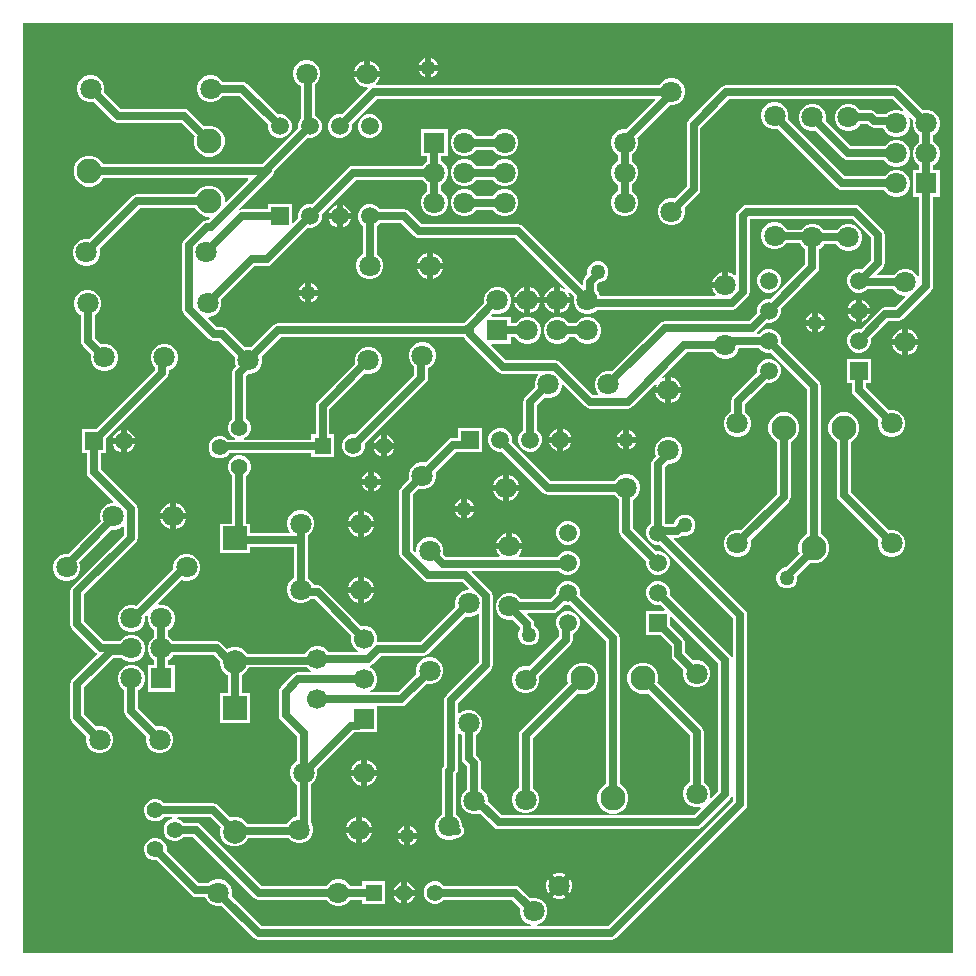
<source format=gbr>
%TF.GenerationSoftware,Altium Limited,Altium Designer,22.4.2 (48)*%
G04 Layer_Physical_Order=2*
G04 Layer_Color=16711680*
%FSLAX45Y45*%
%MOMM*%
%TF.SameCoordinates,99241487-3E5C-49DD-A6E2-B0988CEEC4B7*%
%TF.FilePolarity,Positive*%
%TF.FileFunction,Copper,L2,Bot,Signal*%
%TF.Part,Single*%
G01*
G75*
%TA.AperFunction,Conductor*%
%ADD10C,0.63500*%
%TA.AperFunction,ComponentPad*%
%ADD11C,1.80000*%
%ADD12C,1.39700*%
%ADD13R,1.50000X1.50000*%
%ADD14C,1.50000*%
%ADD15R,1.40000X1.40000*%
%ADD16C,1.40000*%
%ADD17C,1.70000*%
%ADD18R,1.70000X1.70000*%
%ADD19R,1.80000X1.80000*%
%ADD20C,2.10820*%
%ADD21R,1.50000X1.50000*%
%ADD22C,2.00000*%
%ADD23R,2.00000X2.00000*%
%ADD24R,1.80000X1.80000*%
%TA.AperFunction,ViaPad*%
%ADD25C,1.27000*%
G36*
X7874000Y0D02*
X0D01*
Y7874000D01*
X7874000D01*
Y0D01*
D02*
G37*
%LPC*%
G36*
X3454000Y7573024D02*
Y7518000D01*
X3509024D01*
X3499788Y7540299D01*
X3476299Y7563788D01*
X3454000Y7573024D01*
D02*
G37*
G36*
X3404000D02*
X3381701Y7563788D01*
X3358212Y7540299D01*
X3348976Y7518000D01*
X3404000D01*
Y7573024D01*
D02*
G37*
G36*
X2933300Y7550908D02*
Y7467200D01*
X3017008D01*
X3001553Y7504510D01*
X2970610Y7535453D01*
X2933300Y7550908D01*
D02*
G37*
G36*
X2883300D02*
X2845990Y7535453D01*
X2815047Y7504510D01*
X2799592Y7467200D01*
X2883300D01*
Y7550908D01*
D02*
G37*
G36*
X3509024Y7468000D02*
X3454000D01*
Y7412976D01*
X3476299Y7422212D01*
X3499788Y7445701D01*
X3509024Y7468000D01*
D02*
G37*
G36*
X3404000D02*
X3348976D01*
X3358212Y7445701D01*
X3381701Y7422212D01*
X3404000Y7412976D01*
Y7468000D01*
D02*
G37*
G36*
X7383950Y7342820D02*
X5951050D01*
X5928752Y7338385D01*
X5909847Y7325753D01*
X5634143Y7050049D01*
X5621512Y7031145D01*
X5617076Y7008846D01*
Y6486882D01*
X5516454Y6386259D01*
X5509354Y6389200D01*
X5463446D01*
X5421031Y6371631D01*
X5388569Y6339168D01*
X5371000Y6296754D01*
Y6250845D01*
X5388569Y6208431D01*
X5421031Y6175969D01*
X5463446Y6158400D01*
X5509354D01*
X5551769Y6175969D01*
X5584231Y6208431D01*
X5601800Y6250845D01*
Y6296754D01*
X5598859Y6303853D01*
X5716549Y6421543D01*
X5729180Y6440447D01*
X5733615Y6462746D01*
Y6984710D01*
X5975186Y7226281D01*
X7359814D01*
X7447632Y7138462D01*
X7440438Y7127695D01*
X7414354Y7138500D01*
X7368445D01*
X7326031Y7120931D01*
X7305065Y7099965D01*
X7230286D01*
X7215148Y7115103D01*
X7196244Y7127734D01*
X7173945Y7132170D01*
X7085772D01*
X7082831Y7139269D01*
X7050369Y7171731D01*
X7007954Y7189300D01*
X6962046D01*
X6919631Y7171731D01*
X6887169Y7139269D01*
X6869600Y7096855D01*
Y7050946D01*
X6887169Y7008532D01*
X6919631Y6976069D01*
X6962046Y6958500D01*
X7007954D01*
X7050369Y6976069D01*
X7082831Y7008532D01*
X7085772Y7015631D01*
X7149809D01*
X7164947Y7000493D01*
X7183851Y6987862D01*
X7206150Y6983426D01*
X7282925D01*
X7293569Y6957731D01*
X7326031Y6925269D01*
X7368445Y6907700D01*
X7414354D01*
X7456768Y6925269D01*
X7489231Y6957731D01*
X7506800Y7000146D01*
Y7046054D01*
X7495995Y7072139D01*
X7506762Y7079333D01*
X7532941Y7053154D01*
X7530000Y7046054D01*
Y7000146D01*
X7547569Y6957731D01*
X7580031Y6925269D01*
X7587130Y6922328D01*
Y6869872D01*
X7580031Y6866931D01*
X7547569Y6834469D01*
X7530000Y6792054D01*
Y6746146D01*
X7547569Y6703731D01*
X7580031Y6671269D01*
X7587130Y6668328D01*
Y6630500D01*
X7530000D01*
Y6399700D01*
X7587130D01*
Y5723069D01*
X7574430Y5720543D01*
X7565431Y5742268D01*
X7532969Y5774731D01*
X7490554Y5792300D01*
X7444646D01*
X7402231Y5774731D01*
X7369769Y5742268D01*
X7366828Y5735169D01*
X7231168D01*
X7226308Y5746903D01*
X7274953Y5795547D01*
X7287584Y5814451D01*
X7292020Y5836750D01*
Y6080751D01*
X7287584Y6103050D01*
X7274953Y6121954D01*
X7081904Y6315003D01*
X7063000Y6327634D01*
X7040701Y6332070D01*
X6127948D01*
X6105649Y6327634D01*
X6086745Y6315003D01*
X6049547Y6277805D01*
X6036916Y6258901D01*
X6032480Y6236602D01*
Y5734776D01*
X6020747Y5729916D01*
X6005910Y5744753D01*
X5968600Y5760208D01*
Y5651500D01*
X5943600D01*
Y5626500D01*
X5834892D01*
X5850347Y5589190D01*
X5865184Y5574353D01*
X5860324Y5562620D01*
X4884318D01*
X4873031Y5589869D01*
X4855761Y5607139D01*
Y5657873D01*
X4874789Y5676900D01*
X4881783D01*
X4914458Y5690434D01*
X4939466Y5715442D01*
X4953000Y5748117D01*
Y5783483D01*
X4939466Y5816158D01*
X4914458Y5841166D01*
X4881783Y5854700D01*
X4846417D01*
X4813742Y5841166D01*
X4788734Y5816158D01*
X4775200Y5783483D01*
Y5748117D01*
X4776956Y5743879D01*
X4756289Y5723212D01*
X4743658Y5704308D01*
X4739222Y5682009D01*
Y5659478D01*
X4727489Y5654617D01*
X4232203Y6149903D01*
X4213299Y6162534D01*
X4191000Y6166970D01*
X3376936D01*
X3267003Y6276903D01*
X3248099Y6289534D01*
X3225800Y6293970D01*
X3017417D01*
X2990572Y6320815D01*
X2953671Y6336100D01*
X2913729D01*
X2876828Y6320815D01*
X2848585Y6292572D01*
X2833300Y6255671D01*
Y6215729D01*
X2848585Y6178828D01*
X2875430Y6151983D01*
Y5917372D01*
X2868331Y5914431D01*
X2835869Y5881969D01*
X2818300Y5839554D01*
Y5793646D01*
X2835869Y5751231D01*
X2868331Y5718769D01*
X2910746Y5701200D01*
X2956654D01*
X2999069Y5718769D01*
X3031531Y5751231D01*
X3049100Y5793646D01*
Y5839554D01*
X3031531Y5881969D01*
X2999069Y5914431D01*
X2991970Y5917372D01*
Y6151983D01*
X3017417Y6177430D01*
X3201664D01*
X3311597Y6067497D01*
X3330501Y6054866D01*
X3352800Y6050430D01*
X4166864D01*
X4587410Y5629884D01*
X4580216Y5619118D01*
X4546200Y5633208D01*
Y5549500D01*
X4629908D01*
X4615818Y5583516D01*
X4626584Y5590710D01*
X4662741Y5554554D01*
X4659800Y5547454D01*
Y5501546D01*
X4677369Y5459131D01*
X4709832Y5426669D01*
X4752246Y5409100D01*
X4798155D01*
X4840569Y5426669D01*
X4859980Y5446080D01*
X6004551D01*
X6026850Y5450516D01*
X6045754Y5463147D01*
X6131953Y5549346D01*
X6144584Y5568250D01*
X6149020Y5590549D01*
Y6212466D01*
X6152084Y6215530D01*
X7016565D01*
X7175480Y6056615D01*
Y5860886D01*
X7101453Y5786859D01*
X7093870Y5790000D01*
X7053929D01*
X7017028Y5774715D01*
X6988785Y5746472D01*
X6973500Y5709571D01*
Y5669629D01*
X6988785Y5632728D01*
X7017028Y5604485D01*
X7053929Y5589200D01*
X7093870D01*
X7130772Y5604485D01*
X7144917Y5618630D01*
X7366828D01*
X7369769Y5611531D01*
X7402231Y5579069D01*
X7444646Y5561500D01*
X7461302D01*
X7466163Y5549767D01*
X7381715Y5465320D01*
X7299349D01*
X7277051Y5460884D01*
X7258147Y5448253D01*
X7091894Y5282000D01*
X7053929D01*
X7017028Y5266715D01*
X6988785Y5238472D01*
X6973500Y5201571D01*
Y5161630D01*
X6988785Y5124728D01*
X7017028Y5096485D01*
X7053929Y5081200D01*
X7093870D01*
X7130772Y5096485D01*
X7159015Y5124728D01*
X7174300Y5161630D01*
Y5199594D01*
X7323485Y5348780D01*
X7405852D01*
X7428150Y5353216D01*
X7447054Y5365847D01*
X7686603Y5605395D01*
X7699234Y5624299D01*
X7703670Y5646598D01*
Y6399700D01*
X7760800D01*
Y6630500D01*
X7703670D01*
Y6668328D01*
X7710769Y6671269D01*
X7743231Y6703731D01*
X7760800Y6746146D01*
Y6792054D01*
X7743231Y6834469D01*
X7710769Y6866931D01*
X7703670Y6869872D01*
Y6922328D01*
X7710769Y6925269D01*
X7743231Y6957731D01*
X7760800Y7000146D01*
Y7046054D01*
X7743231Y7088469D01*
X7710769Y7120931D01*
X7668354Y7138500D01*
X7622446D01*
X7615346Y7135559D01*
X7425153Y7325753D01*
X7406249Y7338384D01*
X7383950Y7342820D01*
D02*
G37*
G36*
X4099654Y6973400D02*
X4053745D01*
X4011331Y6955831D01*
X3978869Y6923369D01*
X3975928Y6916270D01*
X3834572D01*
X3831631Y6923369D01*
X3799169Y6955831D01*
X3756754Y6973400D01*
X3710846D01*
X3668431Y6955831D01*
X3635969Y6923369D01*
X3618400Y6880954D01*
Y6835046D01*
X3635969Y6792631D01*
X3668431Y6760169D01*
X3710846Y6742600D01*
X3756754D01*
X3799169Y6760169D01*
X3831631Y6792631D01*
X3834572Y6799730D01*
X3975928D01*
X3978869Y6792631D01*
X4011331Y6760169D01*
X4053745Y6742600D01*
X4099654D01*
X4142068Y6760169D01*
X4174531Y6792631D01*
X4192100Y6835046D01*
Y6880954D01*
X4174531Y6923369D01*
X4142068Y6955831D01*
X4099654Y6973400D01*
D02*
G37*
G36*
X2953671Y7098100D02*
X2913729D01*
X2876828Y7082815D01*
X2848585Y7054572D01*
X2833300Y7017671D01*
Y6977729D01*
X2848585Y6940828D01*
X2876828Y6912585D01*
X2913729Y6897300D01*
X2953671D01*
X2990572Y6912585D01*
X3018815Y6940828D01*
X3034100Y6977729D01*
Y7017671D01*
X3018815Y7054572D01*
X2990572Y7082815D01*
X2953671Y7098100D01*
D02*
G37*
G36*
X1610454Y7430600D02*
X1564545D01*
X1522131Y7413031D01*
X1489669Y7380569D01*
X1472100Y7338154D01*
Y7292246D01*
X1489669Y7249831D01*
X1522131Y7217369D01*
X1564545Y7199800D01*
X1610454D01*
X1652868Y7217369D01*
X1685331Y7249831D01*
X1688271Y7256930D01*
X1830064D01*
X2071300Y7015694D01*
Y6977729D01*
X2086585Y6940828D01*
X2114828Y6912585D01*
X2151729Y6897300D01*
X2191671D01*
X2228572Y6912585D01*
X2256815Y6940828D01*
X2272100Y6977729D01*
Y7017671D01*
X2256815Y7054572D01*
X2228572Y7082815D01*
X2191671Y7098100D01*
X2153706D01*
X1895403Y7356403D01*
X1876499Y7369034D01*
X1854200Y7373470D01*
X1688271D01*
X1685331Y7380569D01*
X1652868Y7413031D01*
X1610454Y7430600D01*
D02*
G37*
G36*
X594454D02*
X548546D01*
X506131Y7413031D01*
X473669Y7380569D01*
X456100Y7338154D01*
Y7292246D01*
X473669Y7249831D01*
X506131Y7217369D01*
X548546Y7199800D01*
X594454D01*
X601554Y7202741D01*
X758897Y7045397D01*
X777801Y7032766D01*
X800100Y7028330D01*
X1334764D01*
X1450546Y6912548D01*
X1443990Y6896720D01*
Y6844680D01*
X1463905Y6796602D01*
X1500702Y6759805D01*
X1548780Y6739890D01*
X1600820D01*
X1648898Y6759805D01*
X1685695Y6796602D01*
X1705610Y6844680D01*
Y6896720D01*
X1685695Y6944798D01*
X1648898Y6981595D01*
X1600820Y7001510D01*
X1548780D01*
X1532952Y6994954D01*
X1400103Y7127803D01*
X1381199Y7140434D01*
X1358900Y7144870D01*
X824236D01*
X683959Y7285146D01*
X686900Y7292246D01*
Y7338154D01*
X669331Y7380569D01*
X636869Y7413031D01*
X594454Y7430600D01*
D02*
G37*
G36*
X2423254Y7557600D02*
X2377346D01*
X2334931Y7540031D01*
X2302469Y7507569D01*
X2284900Y7465154D01*
Y7419246D01*
X2302469Y7376831D01*
X2334931Y7344369D01*
X2354730Y7336168D01*
Y7068717D01*
X2340585Y7054572D01*
X2325300Y7017671D01*
Y6979706D01*
X2028897Y6683303D01*
X2020564Y6674970D01*
X676252D01*
X669695Y6690798D01*
X632898Y6727595D01*
X584820Y6747510D01*
X532780D01*
X484702Y6727595D01*
X447905Y6690798D01*
X427990Y6642720D01*
Y6590680D01*
X447905Y6542602D01*
X484702Y6505805D01*
X532780Y6485890D01*
X584820D01*
X632898Y6505805D01*
X669695Y6542602D01*
X676252Y6558430D01*
X1901425D01*
X1906286Y6546697D01*
X1717343Y6357755D01*
X1705610Y6362615D01*
Y6388720D01*
X1685695Y6436798D01*
X1648898Y6473595D01*
X1600820Y6493510D01*
X1548780D01*
X1500702Y6473595D01*
X1463905Y6436798D01*
X1457348Y6420970D01*
X965199D01*
X942901Y6416534D01*
X923997Y6403903D01*
X563453Y6043360D01*
X556354Y6046300D01*
X510445D01*
X468031Y6028731D01*
X435569Y5996269D01*
X418000Y5953855D01*
Y5907946D01*
X435569Y5865532D01*
X468031Y5833069D01*
X510445Y5815500D01*
X556354D01*
X598768Y5833069D01*
X631231Y5865532D01*
X648800Y5907946D01*
Y5953855D01*
X645859Y5960954D01*
X989336Y6304430D01*
X1457348D01*
X1463905Y6288602D01*
X1500702Y6251805D01*
X1548780Y6231890D01*
X1574885D01*
X1579745Y6220157D01*
X1561467Y6201878D01*
X1554007D01*
X1531708Y6197443D01*
X1512804Y6184811D01*
X1361047Y6033054D01*
X1348416Y6014150D01*
X1343980Y5991851D01*
Y5450849D01*
X1348416Y5428550D01*
X1361047Y5409646D01*
X1573426Y5197267D01*
X1592330Y5184636D01*
X1614629Y5180200D01*
X1658894D01*
X1792541Y5046554D01*
X1789600Y5039454D01*
Y4993546D01*
X1801774Y4964155D01*
X1787597Y4949978D01*
X1774966Y4931074D01*
X1770530Y4908775D01*
Y4521434D01*
X1748051Y4498955D01*
X1733550Y4463946D01*
Y4426053D01*
X1748051Y4391045D01*
X1774845Y4364251D01*
X1791819Y4357220D01*
X1789293Y4344520D01*
X1733785D01*
X1717655Y4360649D01*
X1682647Y4375150D01*
X1644754D01*
X1609745Y4360649D01*
X1582951Y4333855D01*
X1568450Y4298846D01*
Y4260954D01*
X1582951Y4225945D01*
X1609745Y4199151D01*
X1644754Y4184650D01*
X1682647D01*
X1717655Y4199151D01*
X1744449Y4225945D01*
X1745292Y4227980D01*
X2438600D01*
Y4197200D01*
X2629400D01*
Y4388000D01*
X2592270D01*
Y4605364D01*
X2890946Y4904041D01*
X2898046Y4901100D01*
X2943954D01*
X2986369Y4918669D01*
X3018831Y4951131D01*
X3036400Y4993546D01*
Y5039454D01*
X3018831Y5081869D01*
X2986369Y5114331D01*
X2943954Y5131900D01*
X2898046D01*
X2855631Y5114331D01*
X2823169Y5081869D01*
X2805600Y5039454D01*
Y4993546D01*
X2808541Y4986446D01*
X2492797Y4670703D01*
X2480166Y4651799D01*
X2475730Y4629500D01*
Y4388000D01*
X2438600D01*
Y4344520D01*
X1868307D01*
X1865781Y4357220D01*
X1882755Y4364251D01*
X1909549Y4391045D01*
X1924050Y4426053D01*
Y4463946D01*
X1909549Y4498955D01*
X1887070Y4521434D01*
Y4884639D01*
X1903531Y4901100D01*
X1927954D01*
X1970369Y4918669D01*
X2002831Y4951131D01*
X2020400Y4993546D01*
Y5039454D01*
X2017459Y5046554D01*
X2183136Y5212230D01*
X3732139D01*
X3739986Y5200486D01*
X4021225Y4919247D01*
X4040129Y4906616D01*
X4062427Y4902180D01*
X4354087D01*
X4358947Y4890447D01*
X4347169Y4878669D01*
X4329600Y4836254D01*
Y4790346D01*
X4332541Y4783246D01*
X4251397Y4702103D01*
X4238766Y4683199D01*
X4234330Y4660900D01*
Y4427117D01*
X4207485Y4400272D01*
X4192200Y4363371D01*
Y4323429D01*
X4207485Y4286528D01*
X4235728Y4258285D01*
X4272629Y4243000D01*
X4312571D01*
X4349472Y4258285D01*
X4377715Y4286528D01*
X4393000Y4323429D01*
Y4363371D01*
X4377715Y4400272D01*
X4350870Y4427117D01*
Y4636764D01*
X4414946Y4700841D01*
X4422046Y4697900D01*
X4467954D01*
X4510369Y4715469D01*
X4542831Y4747931D01*
X4560400Y4790346D01*
Y4807002D01*
X4572133Y4811863D01*
X4759049Y4624947D01*
X4777953Y4612316D01*
X4800252Y4607880D01*
X5117488D01*
X5139787Y4612316D01*
X5158691Y4624947D01*
X5350780Y4817036D01*
X5361547Y4809842D01*
X5352292Y4787500D01*
X5436000D01*
Y4871208D01*
X5413658Y4861953D01*
X5406464Y4872720D01*
X5618975Y5085230D01*
X5842828D01*
X5845769Y5078131D01*
X5878231Y5045669D01*
X5920646Y5028100D01*
X5966554D01*
X6008969Y5045669D01*
X6041431Y5078131D01*
X6059000Y5120546D01*
Y5123330D01*
X6228183D01*
X6255028Y5096485D01*
X6291929Y5081200D01*
X6329894D01*
X6634630Y4776464D01*
Y3546452D01*
X6618802Y3539895D01*
X6582005Y3503098D01*
X6562090Y3455020D01*
Y3402980D01*
X6572366Y3378172D01*
X6458094Y3263900D01*
X6446617D01*
X6413942Y3250366D01*
X6388934Y3225358D01*
X6375400Y3192683D01*
Y3157317D01*
X6388934Y3124642D01*
X6413942Y3099634D01*
X6446617Y3086100D01*
X6481983D01*
X6514658Y3099634D01*
X6539666Y3124642D01*
X6553200Y3157317D01*
Y3192683D01*
X6552758Y3193752D01*
X6660032Y3301026D01*
X6666880Y3298190D01*
X6718920D01*
X6766998Y3318105D01*
X6803795Y3354902D01*
X6823710Y3402980D01*
Y3455020D01*
X6803795Y3503098D01*
X6766998Y3539895D01*
X6751170Y3546452D01*
Y4800600D01*
X6746734Y4822899D01*
X6734103Y4841803D01*
X6412300Y5163606D01*
Y5201571D01*
X6397015Y5238472D01*
X6368772Y5266715D01*
X6331871Y5282000D01*
X6291929D01*
X6255028Y5266715D01*
X6228183Y5239870D01*
X6215691D01*
X6211275Y5252570D01*
X6293906Y5335200D01*
X6331871D01*
X6368772Y5350485D01*
X6397015Y5378728D01*
X6412300Y5415629D01*
Y5453594D01*
X6721403Y5762697D01*
X6734034Y5781601D01*
X6738470Y5803900D01*
Y5957128D01*
X6745569Y5960069D01*
X6778031Y5992531D01*
X6780972Y5999630D01*
X6884228D01*
X6887169Y5992531D01*
X6919631Y5960069D01*
X6962046Y5942500D01*
X7007954D01*
X7050369Y5960069D01*
X7082831Y5992531D01*
X7100400Y6034945D01*
Y6080854D01*
X7082831Y6123268D01*
X7050369Y6155731D01*
X7007954Y6173300D01*
X6962046D01*
X6919631Y6155731D01*
X6887169Y6123268D01*
X6884228Y6116169D01*
X6780972D01*
X6778031Y6123268D01*
X6745569Y6155731D01*
X6703154Y6173300D01*
X6657246D01*
X6614831Y6155731D01*
X6582369Y6123268D01*
X6582058Y6122519D01*
X6466102D01*
X6460531Y6135968D01*
X6428069Y6168431D01*
X6385654Y6186000D01*
X6339746D01*
X6297331Y6168431D01*
X6264869Y6135968D01*
X6247300Y6093554D01*
Y6047645D01*
X6264869Y6005231D01*
X6297331Y5972769D01*
X6339746Y5955200D01*
X6385654D01*
X6428069Y5972769D01*
X6460531Y6005231D01*
X6460842Y6005980D01*
X6576798D01*
X6582369Y5992531D01*
X6614831Y5960069D01*
X6621930Y5957128D01*
Y5828036D01*
X6329894Y5536000D01*
X6291929D01*
X6255028Y5520715D01*
X6226785Y5492472D01*
X6211500Y5455571D01*
Y5417606D01*
X6142814Y5348920D01*
X5430350D01*
X5408051Y5344484D01*
X5389147Y5331853D01*
X4983054Y4925759D01*
X4975954Y4928700D01*
X4930046D01*
X4887631Y4911131D01*
X4855169Y4878669D01*
X4837600Y4836254D01*
Y4790346D01*
X4855169Y4747931D01*
X4866947Y4736153D01*
X4862087Y4724420D01*
X4824388D01*
X4547154Y5001653D01*
X4528250Y5014284D01*
X4505951Y5018720D01*
X4086564D01*
X3961916Y5143367D01*
X3966777Y5155100D01*
X4128600D01*
Y5212230D01*
X4166428D01*
X4169369Y5205131D01*
X4201831Y5172669D01*
X4244246Y5155100D01*
X4290154D01*
X4332569Y5172669D01*
X4365031Y5205131D01*
X4382600Y5247546D01*
Y5293454D01*
X4365031Y5335869D01*
X4332569Y5368331D01*
X4290154Y5385900D01*
X4244246D01*
X4201831Y5368331D01*
X4169369Y5335869D01*
X4166428Y5328770D01*
X4128600D01*
Y5385900D01*
X3966777D01*
X3961916Y5397633D01*
X3978322Y5414039D01*
X3990246Y5409100D01*
X4036154D01*
X4078569Y5426669D01*
X4111031Y5459131D01*
X4128600Y5501546D01*
Y5547454D01*
X4111031Y5589869D01*
X4078569Y5622331D01*
X4036154Y5639900D01*
X3990246D01*
X3947831Y5622331D01*
X3915369Y5589869D01*
X3897800Y5547454D01*
Y5501546D01*
X3898743Y5499271D01*
X3728241Y5328769D01*
X2159000D01*
X2136701Y5324334D01*
X2117797Y5311703D01*
X1935054Y5128959D01*
X1927954Y5131900D01*
X1882046D01*
X1874946Y5128959D01*
X1724233Y5279673D01*
X1705329Y5292304D01*
X1683030Y5296740D01*
X1638765D01*
X1563538Y5371967D01*
X1568398Y5383700D01*
X1585055D01*
X1627469Y5401269D01*
X1659931Y5433731D01*
X1677500Y5476146D01*
Y5522054D01*
X1674560Y5529154D01*
X1957349Y5811943D01*
X2060213D01*
X2082512Y5816379D01*
X2101416Y5829010D01*
X2407706Y6135300D01*
X2445671D01*
X2482572Y6150585D01*
X2510815Y6178828D01*
X2526100Y6215729D01*
Y6253694D01*
X2818136Y6545730D01*
X3379028D01*
X3381969Y6538631D01*
X3414431Y6506169D01*
X3421530Y6503228D01*
Y6450772D01*
X3414431Y6447831D01*
X3381969Y6415369D01*
X3364400Y6372954D01*
Y6327046D01*
X3381969Y6284631D01*
X3414431Y6252169D01*
X3456846Y6234600D01*
X3502754D01*
X3545169Y6252169D01*
X3577631Y6284631D01*
X3595200Y6327046D01*
Y6372954D01*
X3577631Y6415369D01*
X3545169Y6447831D01*
X3538070Y6450772D01*
Y6503228D01*
X3545169Y6506169D01*
X3577631Y6538631D01*
X3595200Y6581046D01*
Y6626954D01*
X3577631Y6669369D01*
X3545169Y6701831D01*
X3538070Y6704772D01*
Y6742600D01*
X3595200D01*
Y6973400D01*
X3364400D01*
Y6742600D01*
X3421530D01*
Y6704772D01*
X3414431Y6701831D01*
X3381969Y6669369D01*
X3379028Y6662270D01*
X2794000D01*
X2771701Y6657834D01*
X2752797Y6645203D01*
X2443694Y6336100D01*
X2405729D01*
X2368828Y6320815D01*
X2340585Y6292572D01*
X2325300Y6255671D01*
Y6217706D01*
X2283833Y6176239D01*
X2272100Y6181099D01*
Y6336100D01*
X2071300D01*
Y6293970D01*
X1854200D01*
X1831901Y6289534D01*
X1831882Y6289522D01*
X1823787Y6299386D01*
X2111303Y6586903D01*
X2123934Y6605807D01*
X2125851Y6615446D01*
X2407706Y6897300D01*
X2445671D01*
X2482572Y6912585D01*
X2510815Y6940828D01*
X2526100Y6977729D01*
Y7017671D01*
X2510815Y7054572D01*
X2482572Y7082815D01*
X2471270Y7087496D01*
Y7349970D01*
X2498131Y7376831D01*
X2515700Y7419246D01*
Y7465154D01*
X2498131Y7507569D01*
X2465669Y7540031D01*
X2423254Y7557600D01*
D02*
G37*
G36*
X4099654Y6719400D02*
X4053745D01*
X4011331Y6701831D01*
X3978869Y6669369D01*
X3975928Y6662270D01*
X3834572D01*
X3831631Y6669369D01*
X3799169Y6701831D01*
X3756754Y6719400D01*
X3710846D01*
X3668431Y6701831D01*
X3635969Y6669369D01*
X3618400Y6626954D01*
Y6581046D01*
X3635969Y6538631D01*
X3668431Y6506169D01*
X3710846Y6488600D01*
X3756754D01*
X3799169Y6506169D01*
X3831631Y6538631D01*
X3834572Y6545730D01*
X3975928D01*
X3978869Y6538631D01*
X4011331Y6506169D01*
X4053745Y6488600D01*
X4099654D01*
X4142068Y6506169D01*
X4174531Y6538631D01*
X4192100Y6581046D01*
Y6626954D01*
X4174531Y6669369D01*
X4142068Y6701831D01*
X4099654Y6719400D01*
D02*
G37*
G36*
X6703154Y7189300D02*
X6657246D01*
X6614831Y7171731D01*
X6582369Y7139269D01*
X6564800Y7096855D01*
Y7050946D01*
X6582369Y7008532D01*
X6614831Y6976069D01*
X6657246Y6958500D01*
X6703154D01*
X6710254Y6961441D01*
X6943797Y6727897D01*
X6962702Y6715266D01*
X6985000Y6710830D01*
X7290628D01*
X7293569Y6703731D01*
X7326031Y6671269D01*
X7368446Y6653700D01*
X7414354D01*
X7456769Y6671269D01*
X7489231Y6703731D01*
X7506800Y6746146D01*
Y6792054D01*
X7489231Y6834469D01*
X7456769Y6866931D01*
X7414354Y6884500D01*
X7368446D01*
X7326031Y6866931D01*
X7293569Y6834469D01*
X7290628Y6827370D01*
X7009136D01*
X6792659Y7043847D01*
X6795600Y7050946D01*
Y7096855D01*
X6778031Y7139269D01*
X6745569Y7171731D01*
X6703154Y7189300D01*
D02*
G37*
G36*
X4099654Y6465400D02*
X4053745D01*
X4011331Y6447831D01*
X3978869Y6415369D01*
X3975928Y6408270D01*
X3834572D01*
X3831631Y6415369D01*
X3799169Y6447831D01*
X3756754Y6465400D01*
X3710846D01*
X3668431Y6447831D01*
X3635969Y6415369D01*
X3618400Y6372954D01*
Y6327046D01*
X3635969Y6284631D01*
X3668431Y6252169D01*
X3710846Y6234600D01*
X3756754D01*
X3799169Y6252169D01*
X3831631Y6284631D01*
X3834572Y6291730D01*
X3975928D01*
X3978869Y6284631D01*
X4011331Y6252169D01*
X4053745Y6234600D01*
X4099654D01*
X4142068Y6252169D01*
X4174531Y6284631D01*
X4192100Y6327046D01*
Y6372954D01*
X4174531Y6415369D01*
X4142068Y6447831D01*
X4099654Y6465400D01*
D02*
G37*
G36*
X6385654Y7202000D02*
X6339745D01*
X6297331Y7184431D01*
X6264869Y7151969D01*
X6247300Y7109555D01*
Y7063646D01*
X6264869Y7021232D01*
X6297331Y6988769D01*
X6339745Y6971200D01*
X6385654D01*
X6392753Y6974141D01*
X6892997Y6473897D01*
X6911901Y6461266D01*
X6934200Y6456830D01*
X7290628D01*
X7293569Y6449731D01*
X7326031Y6417269D01*
X7368446Y6399700D01*
X7414354D01*
X7456769Y6417269D01*
X7489231Y6449731D01*
X7506800Y6492146D01*
Y6538054D01*
X7489231Y6580469D01*
X7456769Y6612931D01*
X7414354Y6630500D01*
X7368446D01*
X7326031Y6612931D01*
X7293569Y6580469D01*
X7290628Y6573370D01*
X6958336D01*
X6475159Y7056547D01*
X6478100Y7063646D01*
Y7109555D01*
X6460531Y7151969D01*
X6428068Y7184431D01*
X6385654Y7202000D01*
D02*
G37*
G36*
X2704700Y6328172D02*
Y6260700D01*
X2772172D01*
X2760237Y6289513D01*
X2733513Y6316237D01*
X2704700Y6328172D01*
D02*
G37*
G36*
X2654700D02*
X2625887Y6316237D01*
X2599163Y6289513D01*
X2587228Y6260700D01*
X2654700D01*
Y6328172D01*
D02*
G37*
G36*
X3017008Y7417200D02*
X2799592D01*
X2815047Y7379890D01*
X2845990Y7348947D01*
X2886420Y7332200D01*
X2913834D01*
X2919094Y7319500D01*
X2697694Y7098100D01*
X2659729D01*
X2622828Y7082815D01*
X2594585Y7054572D01*
X2579300Y7017671D01*
Y6977729D01*
X2594585Y6940828D01*
X2622828Y6912585D01*
X2659729Y6897300D01*
X2699671D01*
X2736572Y6912585D01*
X2764815Y6940828D01*
X2780100Y6977729D01*
Y7015694D01*
X2995936Y7231530D01*
X5348181D01*
X5353041Y7219797D01*
X5106644Y6973400D01*
X5069746D01*
X5027332Y6955831D01*
X4994869Y6923369D01*
X4977300Y6880954D01*
Y6835046D01*
X4994869Y6792631D01*
X5027332Y6760169D01*
X5034431Y6757228D01*
Y6704772D01*
X5027332Y6701831D01*
X4994869Y6669369D01*
X4977300Y6626954D01*
Y6581046D01*
X4994869Y6538631D01*
X5027332Y6506169D01*
X5034431Y6503228D01*
Y6450772D01*
X5027332Y6447831D01*
X4994869Y6415369D01*
X4977300Y6372954D01*
Y6327046D01*
X4994869Y6284631D01*
X5027332Y6252169D01*
X5069746Y6234600D01*
X5115655D01*
X5158069Y6252169D01*
X5190531Y6284631D01*
X5208100Y6327046D01*
Y6372954D01*
X5190531Y6415369D01*
X5158069Y6447831D01*
X5150970Y6450772D01*
Y6503228D01*
X5158069Y6506169D01*
X5190531Y6538631D01*
X5208100Y6581046D01*
Y6626954D01*
X5190531Y6669369D01*
X5158069Y6701831D01*
X5150970Y6704772D01*
Y6757228D01*
X5158069Y6760169D01*
X5190531Y6792631D01*
X5208100Y6835046D01*
Y6880954D01*
X5199580Y6901524D01*
X5472456Y7174400D01*
X5509354D01*
X5551769Y7191969D01*
X5584231Y7224432D01*
X5601800Y7266846D01*
Y7312755D01*
X5584231Y7355169D01*
X5551769Y7387631D01*
X5509354Y7405200D01*
X5463446D01*
X5421031Y7387631D01*
X5388569Y7355169D01*
X5385628Y7348070D01*
X2987693D01*
X2982433Y7360770D01*
X3001553Y7379890D01*
X3017008Y7417200D01*
D02*
G37*
G36*
X2772172Y6210700D02*
X2704700D01*
Y6143228D01*
X2733513Y6155163D01*
X2760237Y6181887D01*
X2772172Y6210700D01*
D02*
G37*
G36*
X2654700D02*
X2587228D01*
X2599163Y6181887D01*
X2625887Y6155163D01*
X2654700Y6143228D01*
Y6210700D01*
D02*
G37*
G36*
X3466700Y5925308D02*
Y5841600D01*
X3550408D01*
X3534953Y5878910D01*
X3504010Y5909853D01*
X3466700Y5925308D01*
D02*
G37*
G36*
X3416700D02*
X3379390Y5909853D01*
X3348447Y5878910D01*
X3332992Y5841600D01*
X3416700D01*
Y5925308D01*
D02*
G37*
G36*
X3550408Y5791600D02*
X3466700D01*
Y5707892D01*
X3504010Y5723347D01*
X3534953Y5754290D01*
X3550408Y5791600D01*
D02*
G37*
G36*
X3416700D02*
X3332992D01*
X3348447Y5754290D01*
X3379390Y5723347D01*
X3416700Y5707892D01*
Y5791600D01*
D02*
G37*
G36*
X5918600Y5760208D02*
X5881290Y5744753D01*
X5850347Y5713810D01*
X5834892Y5676500D01*
X5918600D01*
Y5760208D01*
D02*
G37*
G36*
X2438000Y5668024D02*
Y5613000D01*
X2493024D01*
X2483788Y5635299D01*
X2460299Y5658788D01*
X2438000Y5668024D01*
D02*
G37*
G36*
X2388000D02*
X2365701Y5658788D01*
X2342212Y5635299D01*
X2332976Y5613000D01*
X2388000D01*
Y5668024D01*
D02*
G37*
G36*
X6331871Y5790000D02*
X6291930D01*
X6255028Y5774715D01*
X6226785Y5746472D01*
X6211500Y5709571D01*
Y5669629D01*
X6226785Y5632728D01*
X6255028Y5604485D01*
X6291930Y5589200D01*
X6331871D01*
X6368772Y5604485D01*
X6397015Y5632728D01*
X6412300Y5669629D01*
Y5709571D01*
X6397015Y5746472D01*
X6368772Y5774715D01*
X6331871Y5790000D01*
D02*
G37*
G36*
X4496200Y5633208D02*
X4458890Y5617753D01*
X4427947Y5586810D01*
X4412492Y5549500D01*
X4496200D01*
Y5633208D01*
D02*
G37*
G36*
X4292200D02*
Y5549500D01*
X4375908D01*
X4360453Y5586810D01*
X4329510Y5617753D01*
X4292200Y5633208D01*
D02*
G37*
G36*
X4242200D02*
X4204890Y5617753D01*
X4173947Y5586810D01*
X4158492Y5549500D01*
X4242200D01*
Y5633208D01*
D02*
G37*
G36*
X2493024Y5563000D02*
X2438000D01*
Y5507976D01*
X2460299Y5517212D01*
X2483788Y5540701D01*
X2493024Y5563000D01*
D02*
G37*
G36*
X2388000D02*
X2332976D01*
X2342212Y5540701D01*
X2365701Y5517212D01*
X2388000Y5507976D01*
Y5563000D01*
D02*
G37*
G36*
X7098900Y5528071D02*
Y5460600D01*
X7166371D01*
X7154437Y5489413D01*
X7127713Y5516137D01*
X7098900Y5528071D01*
D02*
G37*
G36*
X7048900Y5528072D02*
X7020087Y5516137D01*
X6993363Y5489413D01*
X6981428Y5460600D01*
X7048900D01*
Y5528072D01*
D02*
G37*
G36*
X4629908Y5499500D02*
X4546200D01*
Y5415792D01*
X4583510Y5431247D01*
X4614453Y5462190D01*
X4629908Y5499500D01*
D02*
G37*
G36*
X4496200D02*
X4412492D01*
X4427947Y5462190D01*
X4458890Y5431247D01*
X4496200Y5415792D01*
Y5499500D01*
D02*
G37*
G36*
X4375908D02*
X4292200D01*
Y5415792D01*
X4329510Y5431247D01*
X4360453Y5462190D01*
X4375908Y5499500D01*
D02*
G37*
G36*
X4242200D02*
X4158492D01*
X4173947Y5462190D01*
X4204890Y5431247D01*
X4242200Y5415792D01*
Y5499500D01*
D02*
G37*
G36*
X6730600Y5414024D02*
Y5359000D01*
X6785624D01*
X6776388Y5381299D01*
X6752899Y5404788D01*
X6730600Y5414024D01*
D02*
G37*
G36*
X6680600D02*
X6658301Y5404788D01*
X6634812Y5381299D01*
X6625576Y5359000D01*
X6680600D01*
Y5414024D01*
D02*
G37*
G36*
X7166371Y5410600D02*
X7098900D01*
Y5343129D01*
X7127713Y5355063D01*
X7154437Y5381787D01*
X7166371Y5410600D01*
D02*
G37*
G36*
X7048900D02*
X6981428D01*
X6993363Y5381787D01*
X7020087Y5355063D01*
X7048900Y5343128D01*
Y5410600D01*
D02*
G37*
G36*
X4798155Y5385900D02*
X4752246D01*
X4709832Y5368331D01*
X4677369Y5335869D01*
X4674429Y5328770D01*
X4621972D01*
X4619031Y5335869D01*
X4586569Y5368331D01*
X4544154Y5385900D01*
X4498246D01*
X4455831Y5368331D01*
X4423369Y5335869D01*
X4405800Y5293454D01*
Y5247546D01*
X4423369Y5205131D01*
X4455831Y5172669D01*
X4498246Y5155100D01*
X4544154D01*
X4586569Y5172669D01*
X4619031Y5205131D01*
X4621972Y5212230D01*
X4674429D01*
X4677369Y5205131D01*
X4709832Y5172669D01*
X4752246Y5155100D01*
X4798155D01*
X4840569Y5172669D01*
X4873031Y5205131D01*
X4890600Y5247546D01*
Y5293454D01*
X4873031Y5335869D01*
X4840569Y5368331D01*
X4798155Y5385900D01*
D02*
G37*
G36*
X6785624Y5309000D02*
X6730600D01*
Y5253976D01*
X6752899Y5263212D01*
X6776388Y5286701D01*
X6785624Y5309000D01*
D02*
G37*
G36*
X6680600D02*
X6625576D01*
X6634812Y5286701D01*
X6658301Y5263212D01*
X6680600Y5253976D01*
Y5309000D01*
D02*
G37*
G36*
X7492600Y5277608D02*
Y5193900D01*
X7576308D01*
X7560853Y5231210D01*
X7529910Y5262153D01*
X7492600Y5277608D01*
D02*
G37*
G36*
X7442600D02*
X7405290Y5262153D01*
X7374347Y5231210D01*
X7358892Y5193900D01*
X7442600D01*
Y5277608D01*
D02*
G37*
G36*
X7576308Y5143900D02*
X7492600D01*
Y5060192D01*
X7529910Y5075647D01*
X7560853Y5106590D01*
X7576308Y5143900D01*
D02*
G37*
G36*
X7442600D02*
X7358892D01*
X7374347Y5106590D01*
X7405290Y5075647D01*
X7442600Y5060192D01*
Y5143900D01*
D02*
G37*
G36*
X569054Y5614500D02*
X523145D01*
X480731Y5596931D01*
X448269Y5564469D01*
X430700Y5522054D01*
Y5476146D01*
X448269Y5433731D01*
X480731Y5401269D01*
X487830Y5398328D01*
Y5181601D01*
X492266Y5159302D01*
X504897Y5140398D01*
X573341Y5071954D01*
X570400Y5064854D01*
Y5018946D01*
X587969Y4976531D01*
X620432Y4944069D01*
X662846Y4926500D01*
X708755D01*
X751169Y4944069D01*
X783631Y4976531D01*
X801200Y5018946D01*
Y5064854D01*
X783631Y5107269D01*
X751169Y5139731D01*
X708755Y5157300D01*
X662846D01*
X655747Y5154359D01*
X604369Y5205737D01*
Y5398328D01*
X611468Y5401269D01*
X643931Y5433731D01*
X661500Y5476146D01*
Y5522054D01*
X643931Y5564469D01*
X611468Y5596931D01*
X569054Y5614500D01*
D02*
G37*
G36*
X5486000Y4871208D02*
Y4787500D01*
X5569708D01*
X5554253Y4824810D01*
X5523310Y4855753D01*
X5486000Y4871208D01*
D02*
G37*
G36*
X5569708Y4737500D02*
X5486000D01*
Y4653792D01*
X5523310Y4669247D01*
X5554253Y4700190D01*
X5569708Y4737500D01*
D02*
G37*
G36*
X5436000D02*
X5352292D01*
X5367747Y4700190D01*
X5398690Y4669247D01*
X5436000Y4653792D01*
Y4737500D01*
D02*
G37*
G36*
X5130400Y4423424D02*
Y4368400D01*
X5185424D01*
X5176188Y4390699D01*
X5152699Y4414188D01*
X5130400Y4423424D01*
D02*
G37*
G36*
X5080400D02*
X5058101Y4414188D01*
X5034612Y4390699D01*
X5025376Y4368400D01*
X5080400D01*
Y4423424D01*
D02*
G37*
G36*
X4571600Y4435872D02*
Y4368400D01*
X4639072D01*
X4627137Y4397213D01*
X4600413Y4423937D01*
X4571600Y4435872D01*
D02*
G37*
G36*
X4521600D02*
X4492787Y4423937D01*
X4466063Y4397213D01*
X4454128Y4368400D01*
X4521600D01*
Y4435872D01*
D02*
G37*
G36*
X7174300Y5028000D02*
X6973500D01*
Y4827200D01*
X7015630D01*
Y4762500D01*
X7020066Y4740201D01*
X7032697Y4721297D01*
X7240840Y4513154D01*
X7237900Y4506055D01*
Y4460146D01*
X7255469Y4417732D01*
X7287931Y4385269D01*
X7330345Y4367700D01*
X7376254D01*
X7418668Y4385269D01*
X7451131Y4417732D01*
X7468700Y4460146D01*
Y4506055D01*
X7451131Y4548469D01*
X7418668Y4580931D01*
X7376254Y4598500D01*
X7330345D01*
X7323246Y4595560D01*
X7132169Y4786636D01*
Y4827200D01*
X7174300D01*
Y5028000D01*
D02*
G37*
G36*
X6331871D02*
X6291930D01*
X6255028Y5012715D01*
X6226785Y4984472D01*
X6211500Y4947571D01*
Y4909606D01*
X6011448Y4709553D01*
X5998817Y4690649D01*
X5994381Y4668350D01*
Y4586958D01*
X5979832Y4580931D01*
X5947369Y4548469D01*
X5929800Y4506055D01*
Y4460146D01*
X5947369Y4417732D01*
X5979832Y4385269D01*
X6022246Y4367700D01*
X6068155D01*
X6110569Y4385269D01*
X6143031Y4417732D01*
X6160600Y4460146D01*
Y4506055D01*
X6143031Y4548469D01*
X6110920Y4580580D01*
Y4644214D01*
X6293906Y4827200D01*
X6331871D01*
X6368772Y4842485D01*
X6397015Y4870728D01*
X6412300Y4907629D01*
Y4947571D01*
X6397015Y4984472D01*
X6368772Y5012715D01*
X6331871Y5028000D01*
D02*
G37*
G36*
X875900Y4423172D02*
Y4355700D01*
X943372D01*
X931437Y4384513D01*
X904713Y4411237D01*
X875900Y4423172D01*
D02*
G37*
G36*
X825900D02*
X797087Y4411237D01*
X770363Y4384513D01*
X758428Y4355700D01*
X825900D01*
Y4423172D01*
D02*
G37*
G36*
X3079000Y4379660D02*
Y4317600D01*
X3141060D01*
X3130298Y4343581D01*
X3104981Y4368898D01*
X3079000Y4379660D01*
D02*
G37*
G36*
X3029000D02*
X3003019Y4368898D01*
X2977702Y4343581D01*
X2966940Y4317600D01*
X3029000D01*
Y4379660D01*
D02*
G37*
G36*
X5185424Y4318400D02*
X5130400D01*
Y4263376D01*
X5152699Y4272612D01*
X5176188Y4296101D01*
X5185424Y4318400D01*
D02*
G37*
G36*
X5080400D02*
X5025376D01*
X5034612Y4296101D01*
X5058101Y4272612D01*
X5080400Y4263376D01*
Y4318400D01*
D02*
G37*
G36*
X4639072D02*
X4571600D01*
Y4250928D01*
X4600413Y4262863D01*
X4627137Y4289587D01*
X4639072Y4318400D01*
D02*
G37*
G36*
X4521600D02*
X4454128D01*
X4466063Y4289587D01*
X4492787Y4262863D01*
X4521600Y4250928D01*
Y4318400D01*
D02*
G37*
G36*
X943372Y4305700D02*
X875900D01*
Y4238228D01*
X904713Y4250163D01*
X931437Y4276887D01*
X943372Y4305700D01*
D02*
G37*
G36*
X825900D02*
X758428D01*
X770363Y4276887D01*
X797087Y4250163D01*
X825900Y4238228D01*
Y4305700D01*
D02*
G37*
G36*
X3141060Y4267600D02*
X3079000D01*
Y4205540D01*
X3104981Y4216302D01*
X3130298Y4241619D01*
X3141060Y4267600D01*
D02*
G37*
G36*
X3029000D02*
X2966940D01*
X2977702Y4241619D01*
X3003019Y4216302D01*
X3029000Y4205540D01*
Y4267600D01*
D02*
G37*
G36*
X3401154Y5170000D02*
X3355246D01*
X3312831Y5152431D01*
X3280369Y5119969D01*
X3262800Y5077555D01*
Y5031646D01*
X3280369Y4989232D01*
X3312481Y4957120D01*
Y4893486D01*
X2806994Y4388000D01*
X2775024D01*
X2739960Y4373476D01*
X2713124Y4346640D01*
X2698600Y4311576D01*
Y4273624D01*
X2713124Y4238560D01*
X2739960Y4211724D01*
X2775024Y4197200D01*
X2812976D01*
X2848040Y4211724D01*
X2874876Y4238560D01*
X2889400Y4273624D01*
Y4305594D01*
X3411953Y4828147D01*
X3424584Y4847051D01*
X3429020Y4869350D01*
Y4950743D01*
X3443569Y4956769D01*
X3476031Y4989232D01*
X3493600Y5031646D01*
Y5077555D01*
X3476031Y5119969D01*
X3443569Y5152431D01*
X3401154Y5170000D01*
D02*
G37*
G36*
X3885000Y4443800D02*
X3684200D01*
Y4358420D01*
X3639750D01*
X3617451Y4353984D01*
X3598547Y4341353D01*
X3408254Y4151059D01*
X3401154Y4154000D01*
X3355246D01*
X3312831Y4136431D01*
X3280369Y4103968D01*
X3262800Y4061554D01*
Y4015645D01*
X3265741Y4008546D01*
X3202547Y3945352D01*
X3189916Y3926448D01*
X3185480Y3904149D01*
Y3380749D01*
X3189916Y3358450D01*
X3202547Y3339546D01*
X3382895Y3159198D01*
X3401799Y3146566D01*
X3424098Y3142131D01*
X3714565D01*
X3770463Y3086233D01*
X3765602Y3074500D01*
X3748946D01*
X3706531Y3056931D01*
X3674069Y3024469D01*
X3656500Y2982055D01*
Y2936146D01*
X3659441Y2929047D01*
X3361513Y2631119D01*
X3009333D01*
X3003840Y2632627D01*
X2997600Y2642640D01*
Y2678260D01*
X2980793Y2718837D01*
X2949737Y2749893D01*
X2909160Y2766700D01*
X2865240D01*
X2860973Y2764933D01*
X2533595Y3092312D01*
X2514691Y3104943D01*
X2492392Y3109378D01*
X2459505D01*
X2447331Y3138769D01*
X2414869Y3171231D01*
X2407770Y3174172D01*
Y3492500D01*
Y3531428D01*
X2414869Y3534369D01*
X2447331Y3566831D01*
X2464900Y3609246D01*
Y3655154D01*
X2447331Y3697569D01*
X2414869Y3730031D01*
X2372454Y3747600D01*
X2326546D01*
X2284131Y3730031D01*
X2251669Y3697569D01*
X2234100Y3655154D01*
Y3609246D01*
X2251669Y3566831D01*
X2255997Y3562503D01*
X2251137Y3550770D01*
X1916100D01*
Y3632900D01*
X1887070D01*
Y4038366D01*
X1909549Y4060845D01*
X1924050Y4095854D01*
Y4133747D01*
X1909549Y4168755D01*
X1882755Y4195549D01*
X1847746Y4210050D01*
X1809854D01*
X1774845Y4195549D01*
X1748051Y4168755D01*
X1733550Y4133747D01*
Y4095854D01*
X1748051Y4060845D01*
X1770530Y4038366D01*
Y3632900D01*
X1665300D01*
Y3382100D01*
X1916100D01*
Y3434230D01*
X2291230D01*
Y3174172D01*
X2284131Y3171231D01*
X2251669Y3138769D01*
X2234100Y3096354D01*
Y3050446D01*
X2251669Y3008031D01*
X2284131Y2975569D01*
X2326546Y2958000D01*
X2372454D01*
X2414869Y2975569D01*
X2432139Y2992839D01*
X2468256D01*
X2778568Y2682527D01*
X2776800Y2678260D01*
Y2634340D01*
X2793608Y2593764D01*
X2824664Y2562708D01*
X2837792Y2557270D01*
X2835266Y2544570D01*
X2584560D01*
X2582792Y2548837D01*
X2551737Y2579892D01*
X2511160Y2596700D01*
X2467240D01*
X2426663Y2579892D01*
X2395608Y2548837D01*
X2388704Y2532170D01*
X1897160D01*
X1897009Y2532533D01*
X1861733Y2567809D01*
X1815644Y2586900D01*
X1765756D01*
X1726875Y2570794D01*
X1678366Y2619303D01*
X1659462Y2631934D01*
X1637163Y2636370D01*
X1269172D01*
X1266231Y2643469D01*
X1233769Y2675931D01*
X1226670Y2678872D01*
Y2731328D01*
X1233769Y2734269D01*
X1266231Y2766731D01*
X1283800Y2809146D01*
Y2855054D01*
X1266231Y2897469D01*
X1233769Y2929931D01*
X1191354Y2947500D01*
X1149216D01*
X1142902Y2959146D01*
X1340776Y3157020D01*
X1361346Y3148500D01*
X1407255D01*
X1449669Y3166069D01*
X1482131Y3198531D01*
X1499700Y3240946D01*
Y3286854D01*
X1482131Y3329269D01*
X1449669Y3361731D01*
X1407255Y3379300D01*
X1361346D01*
X1318932Y3361731D01*
X1286469Y3329269D01*
X1268900Y3286854D01*
Y3249956D01*
X957924Y2938980D01*
X937354Y2947500D01*
X891446D01*
X849031Y2929931D01*
X816569Y2897469D01*
X799000Y2855054D01*
Y2809146D01*
X816569Y2766731D01*
X849031Y2734269D01*
X891446Y2716700D01*
X937354D01*
X979769Y2734269D01*
X1012231Y2766731D01*
X1029800Y2809146D01*
Y2846044D01*
X1041354Y2857598D01*
X1053000Y2851284D01*
Y2809146D01*
X1070569Y2766731D01*
X1103031Y2734269D01*
X1110130Y2731328D01*
Y2678872D01*
X1103031Y2675931D01*
X1070569Y2643469D01*
X1053000Y2601054D01*
Y2555146D01*
X1070569Y2512731D01*
X1103031Y2480269D01*
X1110131Y2477328D01*
Y2439500D01*
X1053000D01*
Y2208700D01*
X1283800D01*
Y2439500D01*
X1226670D01*
Y2477328D01*
X1233769Y2480269D01*
X1266231Y2512731D01*
X1269172Y2519830D01*
X1613027D01*
X1665300Y2467558D01*
Y2436556D01*
X1684391Y2390467D01*
X1719667Y2355191D01*
X1732430Y2349904D01*
Y2197800D01*
X1665300D01*
Y1947000D01*
X1916100D01*
Y2197800D01*
X1848970D01*
Y2349904D01*
X1861733Y2355191D01*
X1897009Y2390467D01*
X1907432Y2415630D01*
X2403741D01*
X2426663Y2392708D01*
X2439791Y2387270D01*
X2437265Y2374570D01*
X2329000D01*
X2306701Y2370134D01*
X2287797Y2357503D01*
X2181297Y2251003D01*
X2168666Y2232099D01*
X2164230Y2209800D01*
Y2009662D01*
X2168666Y1987364D01*
X2181297Y1968460D01*
X2316630Y1833126D01*
Y1624772D01*
X2309531Y1621831D01*
X2277069Y1589369D01*
X2259500Y1546954D01*
Y1501046D01*
X2277069Y1458631D01*
X2309531Y1426169D01*
X2316630Y1423228D01*
Y1156800D01*
X2313846D01*
X2271431Y1139231D01*
X2238969Y1106769D01*
X2232922Y1092170D01*
X1899189D01*
X1897009Y1097433D01*
X1861733Y1132709D01*
X1815644Y1151800D01*
X1765756D01*
X1752993Y1146513D01*
X1651803Y1247703D01*
X1632899Y1260334D01*
X1610600Y1264770D01*
X1194034D01*
X1171555Y1287249D01*
X1136546Y1301750D01*
X1098654D01*
X1063645Y1287249D01*
X1036851Y1260455D01*
X1022350Y1225446D01*
Y1187554D01*
X1036851Y1152545D01*
X1063645Y1125751D01*
X1098654Y1111250D01*
X1136546D01*
X1171555Y1125751D01*
X1194034Y1148230D01*
X1258524D01*
X1261050Y1135530D01*
X1228745Y1122149D01*
X1201951Y1095355D01*
X1187450Y1060346D01*
Y1022454D01*
X1201951Y987445D01*
X1228745Y960651D01*
X1263754Y946150D01*
X1301646D01*
X1336655Y960651D01*
X1359134Y983130D01*
X1436364D01*
X1952697Y466797D01*
X1971601Y454166D01*
X1993900Y449730D01*
X2566228D01*
X2569169Y442631D01*
X2601631Y410169D01*
X2644046Y392600D01*
X2689954D01*
X2732369Y410169D01*
X2764831Y442631D01*
X2767772Y449730D01*
X2870400D01*
Y412600D01*
X3061200D01*
Y603400D01*
X2870400D01*
Y566270D01*
X2767772D01*
X2764831Y573368D01*
X2732369Y605831D01*
X2689954Y623400D01*
X2644046D01*
X2601631Y605831D01*
X2569169Y573368D01*
X2566228Y566269D01*
X2018036D01*
X1501703Y1082603D01*
X1482799Y1095234D01*
X1460500Y1099670D01*
X1359134D01*
X1336655Y1122149D01*
X1304350Y1135530D01*
X1306876Y1148230D01*
X1586464D01*
X1670587Y1064107D01*
X1665300Y1051344D01*
Y1001456D01*
X1684391Y955367D01*
X1719667Y920091D01*
X1765756Y901000D01*
X1815644D01*
X1861733Y920091D01*
X1897009Y955367D01*
X1905403Y975631D01*
X2239370D01*
X2271431Y943569D01*
X2313846Y926000D01*
X2359754D01*
X2402169Y943569D01*
X2434631Y976031D01*
X2452200Y1018446D01*
Y1064354D01*
X2434631Y1106769D01*
X2432706Y1108694D01*
X2433170Y1111025D01*
Y1423228D01*
X2440269Y1426169D01*
X2472731Y1458631D01*
X2490300Y1501046D01*
Y1546954D01*
X2487359Y1554054D01*
X2798086Y1864780D01*
X2833950D01*
X2839580Y1865900D01*
X2997600D01*
Y2075330D01*
X2997600Y2086700D01*
X3009749Y2088030D01*
X3200400D01*
X3222699Y2092466D01*
X3241603Y2105097D01*
X3411646Y2275141D01*
X3418746Y2272200D01*
X3464654D01*
X3507069Y2289769D01*
X3539531Y2322231D01*
X3557100Y2364646D01*
Y2410554D01*
X3539531Y2452969D01*
X3507069Y2485431D01*
X3464654Y2503000D01*
X3418746D01*
X3376331Y2485431D01*
X3343869Y2452969D01*
X3326300Y2410554D01*
Y2364646D01*
X3329241Y2357546D01*
X3176264Y2204570D01*
X2939134D01*
X2936608Y2217270D01*
X2949737Y2222708D01*
X2980792Y2253764D01*
X2997600Y2294340D01*
Y2338260D01*
X2980792Y2378837D01*
X2949737Y2409893D01*
X2931052Y2417632D01*
X2932353Y2430840D01*
X2940529Y2432466D01*
X2959433Y2445097D01*
X3028916Y2514580D01*
X3385650D01*
X3407948Y2519016D01*
X3426852Y2531647D01*
X3741846Y2846641D01*
X3748946Y2843700D01*
X3794854D01*
X3837269Y2861269D01*
X3849047Y2873048D01*
X3860780Y2868187D01*
Y2460574D01*
X3583547Y2183341D01*
X3570916Y2164437D01*
X3566480Y2142138D01*
Y1582660D01*
X3561987Y1578166D01*
X3549355Y1559262D01*
X3544920Y1536963D01*
Y1171182D01*
X3537821Y1168242D01*
X3505358Y1135779D01*
X3487790Y1093365D01*
Y1047456D01*
X3505358Y1005042D01*
X3537821Y972579D01*
X3580235Y955011D01*
X3626144D01*
X3668558Y972579D01*
X3670665Y974686D01*
X3673910Y974041D01*
X3696209Y978477D01*
X3715113Y991108D01*
X3727744Y1010012D01*
X3732180Y1032311D01*
X3727744Y1054609D01*
X3718589Y1068311D01*
Y1093365D01*
X3701021Y1135779D01*
X3668558Y1168242D01*
X3661459Y1171182D01*
Y1512827D01*
X3665953Y1517321D01*
X3678584Y1536225D01*
X3683020Y1558524D01*
Y1852187D01*
X3694753Y1857047D01*
X3706531Y1845269D01*
X3713630Y1842328D01*
Y1649446D01*
X3718066Y1627147D01*
X3730697Y1608243D01*
X3760820Y1578120D01*
Y1387082D01*
X3753721Y1384142D01*
X3721258Y1351679D01*
X3703690Y1309265D01*
Y1263356D01*
X3721258Y1220942D01*
X3753721Y1188479D01*
X3796135Y1170911D01*
X3842044D01*
X3867104Y1181291D01*
X3984697Y1063697D01*
X4003601Y1051066D01*
X4025900Y1046630D01*
X5702300D01*
X5724599Y1051066D01*
X5743503Y1063697D01*
X5984803Y1304997D01*
X5997434Y1323901D01*
X5999630Y1334942D01*
X6012330Y1333692D01*
Y1281436D01*
X4955903Y225009D01*
X4349794D01*
X4347267Y237709D01*
X4386979Y254158D01*
X4419442Y286621D01*
X4437010Y329035D01*
Y374944D01*
X4419442Y417358D01*
X4386979Y449821D01*
X4344565Y467389D01*
X4298656D01*
X4291557Y464449D01*
X4206803Y549203D01*
X4187899Y561834D01*
X4165600Y566270D01*
X3562446D01*
X3539840Y588876D01*
X3504776Y603400D01*
X3466824D01*
X3431760Y588876D01*
X3404924Y562040D01*
X3390400Y526976D01*
Y489024D01*
X3404924Y453960D01*
X3431760Y427124D01*
X3466824Y412600D01*
X3504776D01*
X3539840Y427124D01*
X3562446Y449730D01*
X4141464D01*
X4209151Y382043D01*
X4206211Y374944D01*
Y329035D01*
X4223779Y286621D01*
X4256242Y254158D01*
X4295953Y237709D01*
X4293427Y225009D01*
X2016396D01*
X1763459Y477946D01*
X1766400Y485046D01*
Y530954D01*
X1748831Y573369D01*
X1716368Y605831D01*
X1673954Y623400D01*
X1628045D01*
X1585631Y605831D01*
X1566220Y586420D01*
X1489886D01*
X1212850Y863456D01*
Y895246D01*
X1198349Y930255D01*
X1171555Y957049D01*
X1136546Y971550D01*
X1098654D01*
X1063645Y957049D01*
X1036851Y930255D01*
X1022350Y895246D01*
Y857354D01*
X1036851Y822345D01*
X1063645Y795551D01*
X1098654Y781050D01*
X1130444D01*
X1424547Y486947D01*
X1443451Y474316D01*
X1465750Y469881D01*
X1541881D01*
X1553169Y442631D01*
X1585631Y410169D01*
X1628045Y392600D01*
X1673954D01*
X1681053Y395541D01*
X1951057Y125537D01*
X1969962Y112905D01*
X1992260Y108470D01*
X4980040D01*
X5002338Y112906D01*
X5021242Y125537D01*
X6111803Y1216097D01*
X6124434Y1235001D01*
X6128870Y1257300D01*
Y2857500D01*
X6124434Y2879798D01*
X6111803Y2898703D01*
X5507957Y3502548D01*
X5512818Y3514281D01*
X5536568D01*
X5558867Y3518717D01*
X5577771Y3531348D01*
X5578779Y3532356D01*
X5583017Y3530600D01*
X5618383D01*
X5651058Y3544134D01*
X5676066Y3569142D01*
X5689600Y3601817D01*
Y3637183D01*
X5676066Y3669858D01*
X5651058Y3694866D01*
X5618383Y3708400D01*
X5583017D01*
X5550342Y3694866D01*
X5525334Y3669858D01*
X5511800Y3637183D01*
Y3630821D01*
X5439266D01*
X5430369Y3639717D01*
Y4109940D01*
X5459531Y4139101D01*
X5483954D01*
X5526369Y4156670D01*
X5558831Y4189132D01*
X5576400Y4231546D01*
Y4277455D01*
X5558831Y4319869D01*
X5526369Y4352332D01*
X5483954Y4369901D01*
X5438046D01*
X5395631Y4352332D01*
X5363169Y4319869D01*
X5345600Y4277455D01*
Y4231546D01*
X5357774Y4202156D01*
X5330897Y4175279D01*
X5318266Y4156375D01*
X5313830Y4134076D01*
Y3639717D01*
X5286985Y3612872D01*
X5271700Y3575971D01*
Y3536029D01*
X5286985Y3499128D01*
X5315228Y3470885D01*
X5352129Y3455600D01*
X5390094D01*
X6012330Y2833364D01*
Y2489009D01*
X5999630Y2487758D01*
X5997434Y2498799D01*
X5984803Y2517703D01*
X5472500Y3030006D01*
Y3067971D01*
X5457215Y3104872D01*
X5428972Y3133115D01*
X5392071Y3148400D01*
X5352129D01*
X5315228Y3133115D01*
X5286985Y3104872D01*
X5271700Y3067971D01*
Y3028029D01*
X5286985Y2991128D01*
X5315228Y2962885D01*
X5352129Y2947600D01*
X5390094D01*
X5431561Y2906133D01*
X5426701Y2894400D01*
X5271700D01*
Y2693600D01*
X5390094D01*
X5489410Y2594285D01*
Y2516821D01*
X5493845Y2494522D01*
X5506476Y2475618D01*
X5589841Y2392254D01*
X5586900Y2385155D01*
Y2339246D01*
X5604469Y2296832D01*
X5636931Y2264369D01*
X5679346Y2246800D01*
X5725254D01*
X5767669Y2264369D01*
X5800131Y2296832D01*
X5817700Y2339246D01*
Y2385155D01*
X5800131Y2427569D01*
X5767669Y2460031D01*
X5725254Y2477600D01*
X5679346D01*
X5672246Y2474660D01*
X5605949Y2540957D01*
Y2618421D01*
X5601513Y2640720D01*
X5588882Y2659624D01*
X5472500Y2776006D01*
Y2848601D01*
X5484233Y2853461D01*
X5885330Y2452364D01*
Y1370336D01*
X5826192Y1311198D01*
X5815632Y1318253D01*
X5817700Y1323245D01*
Y1369154D01*
X5800131Y1411568D01*
X5767669Y1444031D01*
X5760570Y1446971D01*
Y1866900D01*
X5756134Y1889199D01*
X5743503Y1908103D01*
X5369354Y2282252D01*
X5375910Y2298080D01*
Y2350120D01*
X5355996Y2398198D01*
X5319198Y2434995D01*
X5271120Y2454910D01*
X5219080D01*
X5171002Y2434995D01*
X5134205Y2398198D01*
X5114290Y2350120D01*
Y2298080D01*
X5134205Y2250002D01*
X5171002Y2213205D01*
X5219080Y2193290D01*
X5271120D01*
X5286948Y2199846D01*
X5644030Y1842764D01*
Y1446971D01*
X5636931Y1444031D01*
X5604469Y1411568D01*
X5586900Y1369154D01*
Y1323245D01*
X5604469Y1280831D01*
X5636931Y1248369D01*
X5679346Y1230800D01*
X5725254D01*
X5730246Y1232868D01*
X5737302Y1222308D01*
X5678164Y1163170D01*
X4050036D01*
X3934489Y1278717D01*
Y1309265D01*
X3916921Y1351679D01*
X3884458Y1384142D01*
X3877359Y1387082D01*
Y1602256D01*
X3872924Y1624555D01*
X3860293Y1643459D01*
X3830170Y1673582D01*
Y1842328D01*
X3837269Y1845269D01*
X3869731Y1877731D01*
X3887300Y1920145D01*
Y1966054D01*
X3869731Y2008468D01*
X3837269Y2040931D01*
X3794854Y2058500D01*
X3748946D01*
X3706531Y2040931D01*
X3694753Y2029152D01*
X3683020Y2034013D01*
Y2118002D01*
X3960253Y2395235D01*
X3972884Y2414139D01*
X3977320Y2436438D01*
Y3020052D01*
X3972884Y3042351D01*
X3960253Y3061254D01*
X3796960Y3224547D01*
X3801821Y3236280D01*
X4533833D01*
X4553228Y3216885D01*
X4590129Y3201600D01*
X4630071D01*
X4666972Y3216885D01*
X4695215Y3245128D01*
X4710500Y3282029D01*
Y3321971D01*
X4695215Y3358872D01*
X4666972Y3387115D01*
X4630071Y3402400D01*
X4590129D01*
X4553228Y3387115D01*
X4524985Y3358872D01*
X4522478Y3352820D01*
X4198076D01*
X4193216Y3364553D01*
X4208053Y3379390D01*
X4223508Y3416700D01*
X4114800D01*
X4006092D01*
X4021547Y3379390D01*
X4036384Y3364553D01*
X4031524Y3352820D01*
X3574886D01*
X3554159Y3373546D01*
X3557100Y3380646D01*
Y3426554D01*
X3539531Y3468969D01*
X3507069Y3501431D01*
X3464654Y3519000D01*
X3418746D01*
X3376331Y3501431D01*
X3343869Y3468969D01*
X3326300Y3426554D01*
Y3398565D01*
X3313600Y3393304D01*
X3302019Y3404885D01*
Y3880013D01*
X3348146Y3926140D01*
X3355246Y3923200D01*
X3401154D01*
X3443569Y3940769D01*
X3476031Y3973231D01*
X3493600Y4015645D01*
Y4061554D01*
X3490659Y4068653D01*
X3663886Y4241880D01*
X3741350D01*
X3746980Y4243000D01*
X3885000D01*
Y4443800D01*
D02*
G37*
G36*
X2971400Y4067824D02*
Y4012800D01*
X3026424D01*
X3017188Y4035099D01*
X2993699Y4058588D01*
X2971400Y4067824D01*
D02*
G37*
G36*
X2921400D02*
X2899101Y4058588D01*
X2875612Y4035099D01*
X2866376Y4012800D01*
X2921400D01*
Y4067824D01*
D02*
G37*
G36*
X4114400Y4045707D02*
Y3962000D01*
X4198107D01*
X4182653Y3999310D01*
X4151710Y4030253D01*
X4114400Y4045707D01*
D02*
G37*
G36*
X4064400D02*
X4027090Y4030253D01*
X3996146Y3999310D01*
X3980692Y3962000D01*
X4064400D01*
Y4045707D01*
D02*
G37*
G36*
X3026424Y3962800D02*
X2971400D01*
Y3907776D01*
X2993699Y3917012D01*
X3017188Y3940501D01*
X3026424Y3962800D01*
D02*
G37*
G36*
X2921400D02*
X2866376D01*
X2875612Y3940501D01*
X2899101Y3917012D01*
X2921400Y3907776D01*
Y3962800D01*
D02*
G37*
G36*
X4198107Y3912000D02*
X4114400D01*
Y3828292D01*
X4151710Y3843746D01*
X4182653Y3874690D01*
X4198107Y3912000D01*
D02*
G37*
G36*
X4064400D02*
X3980692D01*
X3996146Y3874690D01*
X4027090Y3843746D01*
X4064400Y3828292D01*
Y3912000D01*
D02*
G37*
G36*
X3758800Y3839224D02*
Y3784200D01*
X3813824D01*
X3804588Y3806499D01*
X3781099Y3829988D01*
X3758800Y3839224D01*
D02*
G37*
G36*
X3708800D02*
X3686501Y3829988D01*
X3663012Y3806499D01*
X3653776Y3784200D01*
X3708800D01*
Y3839224D01*
D02*
G37*
G36*
X1295000Y3804408D02*
Y3720700D01*
X1378708D01*
X1363253Y3758010D01*
X1332310Y3788953D01*
X1295000Y3804408D01*
D02*
G37*
G36*
X1245000D02*
X1207690Y3788953D01*
X1176747Y3758010D01*
X1161292Y3720700D01*
X1245000D01*
Y3804408D01*
D02*
G37*
G36*
X3813824Y3734200D02*
X3758800D01*
Y3679176D01*
X3781099Y3688412D01*
X3804588Y3711901D01*
X3813824Y3734200D01*
D02*
G37*
G36*
X3708800D02*
X3653776D01*
X3663012Y3711901D01*
X3686501Y3688412D01*
X3708800Y3679176D01*
Y3734200D01*
D02*
G37*
G36*
X2882500Y3740908D02*
Y3657200D01*
X2966208D01*
X2950753Y3694510D01*
X2919810Y3725453D01*
X2882500Y3740908D01*
D02*
G37*
G36*
X2832500D02*
X2795190Y3725453D01*
X2764247Y3694510D01*
X2748792Y3657200D01*
X2832500D01*
Y3740908D01*
D02*
G37*
G36*
X1378708Y3670700D02*
X1295000D01*
Y3586992D01*
X1332310Y3602447D01*
X1363253Y3633390D01*
X1378708Y3670700D01*
D02*
G37*
G36*
X1245000D02*
X1161292D01*
X1176747Y3633390D01*
X1207690Y3602447D01*
X1245000Y3586992D01*
Y3670700D01*
D02*
G37*
G36*
X6464920Y4575810D02*
X6412880D01*
X6364802Y4555895D01*
X6328004Y4519098D01*
X6308090Y4471020D01*
Y4418980D01*
X6328004Y4370902D01*
X6364802Y4334105D01*
X6380630Y4327548D01*
Y3884936D01*
X6075254Y3579559D01*
X6068154Y3582500D01*
X6022246D01*
X5979831Y3564931D01*
X5947369Y3532468D01*
X5929800Y3490054D01*
Y3444145D01*
X5947369Y3401731D01*
X5979831Y3369269D01*
X6022246Y3351700D01*
X6068154D01*
X6110569Y3369269D01*
X6143031Y3401731D01*
X6160600Y3444145D01*
Y3490054D01*
X6157659Y3497153D01*
X6480103Y3819597D01*
X6492734Y3838501D01*
X6497169Y3860799D01*
Y4327548D01*
X6512998Y4334105D01*
X6549795Y4370902D01*
X6569710Y4418980D01*
Y4471020D01*
X6549795Y4519098D01*
X6512998Y4555895D01*
X6464920Y4575810D01*
D02*
G37*
G36*
X2966208Y3607200D02*
X2882500D01*
Y3523492D01*
X2919810Y3538947D01*
X2950753Y3569890D01*
X2966208Y3607200D01*
D02*
G37*
G36*
X2832500D02*
X2748792D01*
X2764247Y3569890D01*
X2795190Y3538947D01*
X2832500Y3523492D01*
Y3607200D01*
D02*
G37*
G36*
X4139800Y3550408D02*
Y3466700D01*
X4223508D01*
X4208053Y3504010D01*
X4177110Y3534953D01*
X4139800Y3550408D01*
D02*
G37*
G36*
X4089800D02*
X4052490Y3534953D01*
X4021547Y3504010D01*
X4006092Y3466700D01*
X4089800D01*
Y3550408D01*
D02*
G37*
G36*
X4630071Y3656400D02*
X4590129D01*
X4553228Y3641115D01*
X4524985Y3612872D01*
X4509700Y3575971D01*
Y3536029D01*
X4524985Y3499128D01*
X4553228Y3470885D01*
X4590129Y3455600D01*
X4630071D01*
X4666972Y3470885D01*
X4695215Y3499128D01*
X4710500Y3536029D01*
Y3575971D01*
X4695215Y3612872D01*
X4666972Y3641115D01*
X4630071Y3656400D01*
D02*
G37*
G36*
X6972920Y4575810D02*
X6920880D01*
X6872802Y4555895D01*
X6836005Y4519098D01*
X6816090Y4471020D01*
Y4418980D01*
X6836005Y4370902D01*
X6872802Y4334105D01*
X6888630Y4327548D01*
Y3873500D01*
X6893066Y3851201D01*
X6905697Y3832297D01*
X7240841Y3497153D01*
X7237900Y3490054D01*
Y3444145D01*
X7255469Y3401731D01*
X7287931Y3369269D01*
X7330346Y3351700D01*
X7376254D01*
X7418669Y3369269D01*
X7451131Y3401731D01*
X7468700Y3444145D01*
Y3490054D01*
X7451131Y3532468D01*
X7418669Y3564931D01*
X7376254Y3582500D01*
X7330346D01*
X7323246Y3579559D01*
X7005170Y3897636D01*
Y4327548D01*
X7020998Y4334105D01*
X7057795Y4370902D01*
X7077710Y4418980D01*
Y4471020D01*
X7057795Y4519098D01*
X7020998Y4555895D01*
X6972920Y4575810D01*
D02*
G37*
G36*
X4058571Y4443800D02*
X4018629D01*
X3981728Y4428515D01*
X3953485Y4400272D01*
X3938200Y4363371D01*
Y4323429D01*
X3953485Y4286528D01*
X3981728Y4258285D01*
X4018629Y4243000D01*
X4056594D01*
X4403797Y3895797D01*
X4422701Y3883166D01*
X4445000Y3878730D01*
X5004629D01*
X5007569Y3871631D01*
X5040032Y3839169D01*
X5047131Y3836228D01*
Y3568700D01*
X5051566Y3546401D01*
X5064197Y3527497D01*
X5271700Y3319994D01*
Y3282029D01*
X5286985Y3245128D01*
X5315228Y3216885D01*
X5352129Y3201600D01*
X5392071D01*
X5428972Y3216885D01*
X5457215Y3245128D01*
X5472500Y3282029D01*
Y3321971D01*
X5457215Y3358872D01*
X5428972Y3387115D01*
X5392071Y3402400D01*
X5354106D01*
X5163670Y3592836D01*
Y3836228D01*
X5170769Y3839169D01*
X5203231Y3871631D01*
X5220800Y3914045D01*
Y3959954D01*
X5203231Y4002368D01*
X5170769Y4034831D01*
X5128355Y4052400D01*
X5082446D01*
X5040032Y4034831D01*
X5007569Y4002368D01*
X5004629Y3995269D01*
X4469136D01*
X4139000Y4325406D01*
Y4363371D01*
X4123715Y4400272D01*
X4095472Y4428515D01*
X4058571Y4443800D01*
D02*
G37*
G36*
X2882500Y3182108D02*
Y3098400D01*
X2966208D01*
X2950753Y3135710D01*
X2919810Y3166653D01*
X2882500Y3182108D01*
D02*
G37*
G36*
X2832500D02*
X2795190Y3166653D01*
X2764247Y3135710D01*
X2748792Y3098400D01*
X2832500D01*
Y3182108D01*
D02*
G37*
G36*
X4630071Y3148400D02*
X4590129D01*
X4553228Y3133115D01*
X4524985Y3104872D01*
X4509700Y3067971D01*
Y3042176D01*
X4459494Y2991970D01*
X4215572D01*
X4212631Y2999069D01*
X4180169Y3031531D01*
X4137754Y3049100D01*
X4091846D01*
X4049431Y3031531D01*
X4016969Y2999069D01*
X3999400Y2956655D01*
Y2910746D01*
X4016969Y2868332D01*
X4049431Y2835869D01*
X4091846Y2818300D01*
X4137754D01*
X4144854Y2821241D01*
X4209480Y2756614D01*
Y2747704D01*
X4204534Y2742758D01*
X4191000Y2710083D01*
Y2674717D01*
X4204534Y2642042D01*
X4229542Y2617034D01*
X4262217Y2603500D01*
X4297583D01*
X4330258Y2617034D01*
X4355266Y2642042D01*
X4368800Y2674717D01*
Y2710083D01*
X4355266Y2742758D01*
X4330258Y2767766D01*
X4326020Y2769522D01*
Y2780750D01*
X4321584Y2803049D01*
X4308953Y2821953D01*
X4267209Y2863697D01*
X4272069Y2875431D01*
X4483630D01*
X4505929Y2879866D01*
X4524833Y2892497D01*
X4582921Y2950586D01*
X4590129Y2947600D01*
X4628094D01*
X4932830Y2642864D01*
Y1425552D01*
X4917002Y1418995D01*
X4880205Y1382198D01*
X4860290Y1334120D01*
Y1282080D01*
X4880205Y1234002D01*
X4917002Y1197205D01*
X4965080Y1177290D01*
X5017120D01*
X5065198Y1197205D01*
X5101995Y1234002D01*
X5121910Y1282080D01*
Y1334120D01*
X5101995Y1382198D01*
X5065198Y1418995D01*
X5049370Y1425552D01*
Y2667000D01*
X5044934Y2689299D01*
X5032303Y2708203D01*
X4710500Y3030006D01*
Y3067971D01*
X4695215Y3104872D01*
X4666972Y3133115D01*
X4630071Y3148400D01*
D02*
G37*
G36*
X2966208Y3048400D02*
X2882500D01*
Y2964692D01*
X2919810Y2980147D01*
X2950753Y3011090D01*
X2966208Y3048400D01*
D02*
G37*
G36*
X2832500D02*
X2748792D01*
X2764247Y3011090D01*
X2795190Y2980147D01*
X2832500Y2964692D01*
Y3048400D01*
D02*
G37*
G36*
X1216754Y5157300D02*
X1170845D01*
X1128431Y5139731D01*
X1095969Y5107269D01*
X1078400Y5064854D01*
Y5018946D01*
X1095969Y4976531D01*
X1113239Y4959261D01*
Y4929445D01*
X614894Y4431100D01*
X496500D01*
Y4230300D01*
X538630D01*
Y4068901D01*
X543066Y4046603D01*
X555697Y4027699D01*
X760563Y3822833D01*
X755702Y3811100D01*
X739046D01*
X696631Y3793531D01*
X664169Y3761069D01*
X646600Y3718654D01*
Y3672746D01*
X655120Y3652176D01*
X382244Y3379300D01*
X345345D01*
X302931Y3361731D01*
X270469Y3329269D01*
X252900Y3286854D01*
Y3240946D01*
X270469Y3198531D01*
X302931Y3166069D01*
X345345Y3148500D01*
X391254D01*
X433668Y3166069D01*
X466131Y3198531D01*
X483700Y3240946D01*
Y3286854D01*
X475180Y3307424D01*
X748056Y3580300D01*
X784954D01*
X827369Y3597869D01*
X839147Y3609647D01*
X850880Y3604787D01*
Y3534849D01*
X415997Y3099966D01*
X403366Y3081062D01*
X398930Y3058763D01*
Y2781300D01*
X403366Y2759001D01*
X415997Y2740097D01*
X619197Y2536897D01*
X622381Y2534770D01*
X623625Y2522131D01*
X415997Y2314503D01*
X403366Y2295599D01*
X398930Y2273300D01*
Y1993900D01*
X403366Y1971601D01*
X415997Y1952697D01*
X535241Y1833454D01*
X532300Y1826354D01*
Y1780446D01*
X549869Y1738031D01*
X582331Y1705569D01*
X624746Y1688000D01*
X670654D01*
X713069Y1705569D01*
X745531Y1738031D01*
X763100Y1780446D01*
Y1826354D01*
X745531Y1868769D01*
X713069Y1901231D01*
X670654Y1918800D01*
X624746D01*
X617646Y1915859D01*
X515470Y2018036D01*
Y2249164D01*
X763845Y2497539D01*
X831761D01*
X849031Y2480269D01*
X891446Y2462700D01*
X937354D01*
X979769Y2480269D01*
X1012231Y2512731D01*
X1029800Y2555146D01*
Y2601054D01*
X1012231Y2643469D01*
X979769Y2675931D01*
X937354Y2693500D01*
X891446D01*
X849031Y2675931D01*
X816569Y2643469D01*
X813628Y2636370D01*
X684536D01*
X515470Y2805436D01*
Y3034627D01*
X950353Y3469510D01*
X962984Y3488414D01*
X967420Y3510713D01*
Y3756651D01*
X962984Y3778950D01*
X950353Y3797854D01*
X655170Y4093038D01*
Y4230300D01*
X697300D01*
Y4348694D01*
X1212711Y4864106D01*
X1225343Y4883010D01*
X1229778Y4905308D01*
Y4931895D01*
X1259168Y4944069D01*
X1291631Y4976531D01*
X1309200Y5018946D01*
Y5064854D01*
X1291631Y5107269D01*
X1259168Y5139731D01*
X1216754Y5157300D01*
D02*
G37*
G36*
X4630071Y2894400D02*
X4590129D01*
X4553228Y2879115D01*
X4524985Y2850872D01*
X4509700Y2813971D01*
Y2774029D01*
X4524985Y2737128D01*
X4535280Y2726834D01*
Y2674586D01*
X4284554Y2423860D01*
X4277454Y2426800D01*
X4231546D01*
X4189131Y2409231D01*
X4156669Y2376769D01*
X4139100Y2334355D01*
Y2288446D01*
X4156669Y2246032D01*
X4189131Y2213569D01*
X4231546Y2196000D01*
X4277454D01*
X4319869Y2213569D01*
X4352331Y2246032D01*
X4369900Y2288446D01*
Y2334355D01*
X4366959Y2341454D01*
X4634752Y2609247D01*
X4647383Y2628151D01*
X4651819Y2650450D01*
Y2702609D01*
X4666972Y2708885D01*
X4695215Y2737128D01*
X4710500Y2774029D01*
Y2813971D01*
X4695215Y2850872D01*
X4666972Y2879115D01*
X4630071Y2894400D01*
D02*
G37*
G36*
X4763120Y2454910D02*
X4711080D01*
X4663002Y2434995D01*
X4626204Y2398198D01*
X4606290Y2350120D01*
Y2298080D01*
X4612846Y2282252D01*
X4213297Y1882703D01*
X4200666Y1863799D01*
X4196230Y1841500D01*
Y1396171D01*
X4189131Y1393231D01*
X4156669Y1360768D01*
X4139100Y1318354D01*
Y1272445D01*
X4156669Y1230031D01*
X4189131Y1197568D01*
X4231546Y1180000D01*
X4277454D01*
X4319869Y1197568D01*
X4352331Y1230031D01*
X4369900Y1272445D01*
Y1318354D01*
X4352331Y1360768D01*
X4319869Y1393231D01*
X4312770Y1396171D01*
Y1817364D01*
X4695252Y2199846D01*
X4711080Y2193290D01*
X4763120D01*
X4811198Y2213205D01*
X4847995Y2250002D01*
X4867910Y2298080D01*
Y2350120D01*
X4847995Y2398198D01*
X4811198Y2434995D01*
X4763120Y2454910D01*
D02*
G37*
G36*
X937354Y2439500D02*
X891446D01*
X849031Y2421931D01*
X816569Y2389469D01*
X799000Y2347054D01*
Y2301146D01*
X816569Y2258731D01*
X849031Y2226269D01*
X856130Y2223328D01*
Y2044700D01*
X860566Y2022401D01*
X873197Y2003497D01*
X1043241Y1833454D01*
X1040300Y1826354D01*
Y1780446D01*
X1057869Y1738031D01*
X1090331Y1705569D01*
X1132746Y1688000D01*
X1178654D01*
X1221069Y1705569D01*
X1253531Y1738031D01*
X1271100Y1780446D01*
Y1826354D01*
X1253531Y1868769D01*
X1221069Y1901231D01*
X1178654Y1918800D01*
X1132746D01*
X1125646Y1915859D01*
X972670Y2068836D01*
Y2223328D01*
X979769Y2226269D01*
X1012231Y2258731D01*
X1029800Y2301146D01*
Y2347054D01*
X1012231Y2389469D01*
X979769Y2421931D01*
X937354Y2439500D01*
D02*
G37*
G36*
X2907900Y1632708D02*
Y1549000D01*
X2991608D01*
X2976153Y1586310D01*
X2945210Y1617253D01*
X2907900Y1632708D01*
D02*
G37*
G36*
X2857900D02*
X2820590Y1617253D01*
X2789647Y1586310D01*
X2774192Y1549000D01*
X2857900D01*
Y1632708D01*
D02*
G37*
G36*
X2991608Y1499000D02*
X2907900D01*
Y1415292D01*
X2945210Y1430747D01*
X2976153Y1461690D01*
X2991608Y1499000D01*
D02*
G37*
G36*
X2857900D02*
X2774192D01*
X2789647Y1461690D01*
X2820590Y1430747D01*
X2857900Y1415292D01*
Y1499000D01*
D02*
G37*
G36*
X2869800Y1150108D02*
Y1066400D01*
X2953508D01*
X2938053Y1103710D01*
X2907110Y1134653D01*
X2869800Y1150108D01*
D02*
G37*
G36*
X2819800D02*
X2782490Y1134653D01*
X2751547Y1103710D01*
X2736092Y1066400D01*
X2819800D01*
Y1150108D01*
D02*
G37*
G36*
X3276200Y1070624D02*
Y1015600D01*
X3331224D01*
X3321988Y1037899D01*
X3298499Y1061388D01*
X3276200Y1070624D01*
D02*
G37*
G36*
X3226200D02*
X3203901Y1061388D01*
X3180412Y1037899D01*
X3171176Y1015600D01*
X3226200D01*
Y1070624D01*
D02*
G37*
G36*
X2953508Y1016400D02*
X2869800D01*
Y932692D01*
X2907110Y948147D01*
X2938053Y979090D01*
X2953508Y1016400D01*
D02*
G37*
G36*
X2819800D02*
X2736092D01*
X2751547Y979090D01*
X2782490Y948147D01*
X2819800Y932692D01*
Y1016400D01*
D02*
G37*
G36*
X3331224Y965600D02*
X3276200D01*
Y910576D01*
X3298499Y919812D01*
X3321988Y943301D01*
X3331224Y965600D01*
D02*
G37*
G36*
X3226200D02*
X3171176D01*
X3180412Y943301D01*
X3203901Y919812D01*
X3226200Y910576D01*
Y965600D01*
D02*
G37*
G36*
X4559391Y677889D02*
X4515630D01*
X4478320Y662435D01*
X4537510Y603245D01*
X4596700Y662435D01*
X4559391Y677889D01*
D02*
G37*
G36*
X3250800Y595060D02*
Y533000D01*
X3312860D01*
X3302098Y558981D01*
X3276781Y584298D01*
X3250800Y595060D01*
D02*
G37*
G36*
X3200800D02*
X3174819Y584298D01*
X3149502Y558981D01*
X3138740Y533000D01*
X3200800D01*
Y595060D01*
D02*
G37*
G36*
X4442965Y627080D02*
X4427511Y589770D01*
Y546009D01*
X4442965Y508700D01*
X4502155Y567890D01*
X4442965Y627080D01*
D02*
G37*
G36*
X4632056D02*
X4572866Y567890D01*
X4632056Y508700D01*
X4647510Y546009D01*
Y589770D01*
X4632056Y627080D01*
D02*
G37*
G36*
X4537510Y532534D02*
X4478320Y473344D01*
X4515630Y457890D01*
X4559391D01*
X4596700Y473344D01*
X4537510Y532534D01*
D02*
G37*
G36*
X3312860Y483000D02*
X3250800D01*
Y420940D01*
X3276781Y431702D01*
X3302098Y457019D01*
X3312860Y483000D01*
D02*
G37*
G36*
X3200800D02*
X3138740D01*
X3149502Y457019D01*
X3174819Y431702D01*
X3200800Y420940D01*
Y483000D01*
D02*
G37*
%LPD*%
D10*
X3441700Y3403600D02*
X3550750Y3294550D01*
X2329000Y2316300D02*
X2887200D01*
X2222500Y2009662D02*
Y2209800D01*
X2329000Y2316300D01*
X2222500Y2009662D02*
X2374900Y1857262D01*
X2489200Y2146300D02*
X3200400D01*
X3441700Y2387600D01*
X6127948Y6273800D02*
X7040701D01*
X7233750Y6080751D01*
X6090750Y5590549D02*
Y6236602D01*
X6127948Y6273800D01*
X6680200Y5803900D02*
Y6057900D01*
X6311900Y5435600D02*
X6680200Y5803900D01*
X6369050Y6064250D02*
X6673850D01*
X6680200Y6057900D01*
X6362700Y6070600D02*
X6369050Y6064250D01*
X6680200Y6057900D02*
X6985000D01*
X6934200Y6515100D02*
X7391400D01*
X6362700Y7086600D02*
X6934200Y6515100D01*
X6985000Y6769100D02*
X7391400D01*
X6680200Y7073900D02*
X6985000Y6769100D01*
X7173945Y7073900D02*
X7206150Y7041696D01*
X7372804D02*
X7391400Y7023100D01*
X7206150Y7041696D02*
X7372804D01*
X6985000Y7073900D02*
X7173945D01*
X6680200D02*
X6699249D01*
X1117600Y876300D02*
X1465750Y528150D01*
X1630849D01*
X1651000Y508000D01*
X1993900Y508000D02*
X2667000D01*
X1460500Y1041400D02*
X1993900Y508000D01*
X1282700Y1041400D02*
X1460500D01*
X1117600Y1206500D02*
X1610600D01*
X1790700Y1026400D01*
X1663700Y4279900D02*
X1670050Y4286250D01*
X2527650D01*
X2534000Y4292600D01*
X1828800Y3545600D02*
Y4114800D01*
X1790700Y3507500D02*
X1828800Y3545600D01*
Y4445000D02*
Y4908775D01*
X1905000Y4984975D01*
Y5016500D01*
X3370750Y5047150D02*
X3378200Y5054600D01*
X2794000Y4292600D02*
X3370750Y4869350D01*
Y5047150D01*
X2534000Y4629500D02*
X2921000Y5016500D01*
X2534000Y4292600D02*
Y4629500D01*
X660400Y2578100D02*
X914400D01*
X457200Y2781300D02*
X660400Y2578100D01*
X7645400Y6515100D02*
Y6769100D01*
X3603189Y1536963D02*
X3624750Y1558524D01*
X3603189Y1070410D02*
Y1536963D01*
X3733800Y6858000D02*
X4076700D01*
X7383950Y7284550D02*
X7645400Y7023100D01*
X5951050Y7284550D02*
X7383950D01*
X5675346Y7008846D02*
X5951050Y7284550D01*
X909150Y3510713D02*
Y3756651D01*
X457200Y2781300D02*
Y3058763D01*
X909150Y3510713D01*
X3485800Y508000D02*
X4165600D01*
X4321610Y351990D01*
X2667000Y508000D02*
X2965800D01*
X2667000Y508000D02*
X2667000Y508000D01*
X1992260Y166740D02*
X4980040D01*
X1651000Y508000D02*
X1992260Y166740D01*
X4292600Y4660900D02*
X4445000Y4813300D01*
X4292600Y4343400D02*
Y4660900D01*
X4445000Y3937000D02*
X5105400D01*
X4038600Y4343400D02*
X4445000Y3937000D01*
X3741350Y4300150D02*
X3784600Y4343400D01*
X3378200Y4038600D02*
X3639750Y4300150D01*
X3741350D01*
X2933700Y5892800D02*
Y6235700D01*
X4797492Y5546791D02*
Y5682009D01*
X4864100Y5748617D01*
X4775200Y5524500D02*
X4797492Y5546791D01*
X4864100Y5748617D02*
Y5765800D01*
X5583517Y3619500D02*
X5600700D01*
X5372100Y3556000D02*
X5388651Y3572551D01*
X5536568D01*
X5583517Y3619500D01*
X6464300Y3187700D02*
X6692900Y3416300D01*
Y3429000D01*
X6464300Y3175000D02*
Y3187700D01*
X4114800Y2933700D02*
X4267750Y2780750D01*
Y2704550D02*
Y2780750D01*
Y2704550D02*
X4279900Y2692400D01*
X6070600Y1257300D02*
Y2857500D01*
X4980040Y166740D02*
X6070600Y1257300D01*
X5372100Y3556000D02*
X6070600Y2857500D01*
X3781189Y5299311D02*
X4006378Y5524500D01*
X3752377Y5270500D02*
X3781189Y5299311D01*
Y5241689D02*
Y5299311D01*
Y5241689D02*
X4062427Y4960450D01*
X4505951D01*
X4800252Y4666150D02*
X5117488D01*
X4505951Y4960450D02*
X4800252Y4666150D01*
X5594838Y5143500D02*
X5943600D01*
X5117488Y4666150D02*
X5594838Y5143500D01*
X4445000Y4813300D02*
X4467291Y4791009D01*
X5430350Y5290650D02*
X6166950D01*
X6311900Y5435600D01*
X4953000Y4813300D02*
X5430350Y5290650D01*
X6052651Y4668350D02*
X6311900Y4927600D01*
X6052651Y4490551D02*
Y4668350D01*
X6045200Y4483100D02*
X6052651Y4490551D01*
X2159000Y5270500D02*
X3752377D01*
X4521200Y5270500D02*
X4775200D01*
X4013200D02*
X4267200D01*
X3225800Y6235700D02*
X3352800Y6108700D01*
X2933700Y6235700D02*
X3225800D01*
X4191000Y6108700D02*
X4775200Y5524500D01*
X3352800Y6108700D02*
X4191000D01*
X1905000Y5016500D02*
X2159000Y5270500D01*
X4006378Y5524500D02*
X4013200D01*
X7086600Y5689600D02*
X7233750Y5836750D01*
X7073900Y5689600D02*
X7086600D01*
X7233750Y5836750D02*
Y6080751D01*
X7073900Y5689600D02*
X7086600Y5676900D01*
X7467600D01*
X4795350Y5504350D02*
X6004551D01*
X6090750Y5590549D01*
X4775200Y5524500D02*
X4795350Y5504350D01*
X5547679Y2516821D02*
Y2618421D01*
X5372100Y3048000D02*
X5943600Y2476500D01*
X5702300Y1104900D02*
X5943600Y1346200D01*
X4025900Y1104900D02*
X5702300D01*
X5943600Y1346200D02*
Y2476500D01*
X5372100Y2794000D02*
X5547679Y2618421D01*
X3844490Y1286310D02*
X4025900Y1104900D01*
X3819090Y1286310D02*
X3844490D01*
X2070100Y6642100D02*
X2425700Y6997700D01*
X2044700Y6616700D02*
X2070100Y6642100D01*
Y6628106D02*
Y6642100D01*
X1554007Y6143608D02*
X1585603D01*
X2070100Y6628106D01*
X1402250Y5450849D02*
Y5991851D01*
X1554007Y6143608D01*
X1614629Y5238470D02*
X1683030D01*
X1402250Y5450849D02*
X1614629Y5238470D01*
X1683030D02*
X1905000Y5016500D01*
X6692900Y3429000D02*
Y4800600D01*
X6311900Y5181600D02*
X6692900Y4800600D01*
X6045200Y3467100D02*
X6438900Y3860799D01*
Y4445000D01*
X6946900Y3873500D02*
Y4445000D01*
Y3873500D02*
X7353300Y3467100D01*
X7073900Y4762500D02*
Y4927600D01*
Y4762500D02*
X7353300Y4483100D01*
X7299349Y5407050D02*
X7405852D01*
X7645400Y5646598D01*
X7073900Y5181600D02*
X7299349Y5407050D01*
X7645400Y5646598D02*
Y6515100D01*
X5975125Y5143500D02*
X6013225Y5181600D01*
X6311900D01*
X5943600Y5143500D02*
X5975125D01*
X4991100Y1308100D02*
Y2667000D01*
X4610100Y3048000D02*
X4991100Y2667000D01*
X5105400Y3568700D02*
Y3937000D01*
Y3568700D02*
X5372100Y3302000D01*
X5372100Y4134076D02*
X5461000Y4222976D01*
X5372100Y3556000D02*
Y4134076D01*
X5461000Y4222976D02*
Y4254501D01*
X3550750Y3294550D02*
X4602650D01*
X4610100Y3302000D01*
X4597929Y3048000D02*
X4610100D01*
X4114800Y2933700D02*
X4483630D01*
X4597929Y3048000D01*
X3243750Y3904149D02*
X3378200Y4038600D01*
X3243750Y3380749D02*
Y3904149D01*
Y3380749D02*
X3424098Y3200401D01*
X3738701D01*
X3919050Y3020052D01*
Y2436438D02*
Y3020052D01*
X3624750Y2142138D02*
X3919050Y2436438D01*
X3624750Y1558524D02*
Y2142138D01*
X3671940Y1034281D02*
X3673910Y1032311D01*
X3771900Y1649446D02*
X3819090Y1602256D01*
Y1286310D02*
Y1602256D01*
X3771900Y1649446D02*
Y1943100D01*
X3004780Y2572850D02*
X3385650D01*
X2918230Y2486300D02*
X3004780Y2572850D01*
X2489200Y2486300D02*
X2918230D01*
X3385650Y2572850D02*
X3771900Y2959100D01*
X4593549Y2777449D02*
X4610100Y2794000D01*
X4254500Y2311400D02*
X4593549Y2650450D01*
Y2777449D01*
X4254500Y1841500D02*
X4737100Y2324100D01*
X4254500Y1295399D02*
Y1841500D01*
X5547679Y2516821D02*
X5702300Y2362200D01*
X5245100Y2324100D02*
X5702300Y1866900D01*
Y1346200D02*
Y1866900D01*
X2349500Y3073400D02*
Y3492500D01*
X1805700D02*
X2349500D01*
X1790700Y3507500D02*
X1805700Y3492500D01*
X2349500D02*
Y3632200D01*
Y3073400D02*
X2371791Y3051109D01*
X2492392D02*
X2887200Y2656300D01*
X2371791Y3051109D02*
X2492392D01*
X2374900Y1524000D02*
Y1857262D01*
Y1524000D02*
X2773950Y1923050D01*
X2833950D01*
X2887200Y1976300D01*
X2374900Y1111025D02*
Y1524000D01*
X2336800Y1072925D02*
X2374900Y1111025D01*
X2336800Y1041400D02*
Y1072925D01*
X1790700Y1026400D02*
X1798200Y1033900D01*
X2329300D01*
X2336800Y1041400D01*
X1803100Y2473900D02*
X2476800D01*
X2489200Y2486300D01*
X1790700Y2461500D02*
X1803100Y2473900D01*
X1790700Y2072400D02*
Y2461500D01*
X1168400Y2578100D02*
X1637163D01*
X1753763Y2461500D01*
X1790700D01*
X7369109Y6537391D02*
X7391400Y6515100D01*
X7645400Y6769100D02*
Y7023100D01*
X5486400Y6273800D02*
X5675346Y6462746D01*
Y7008846D01*
X1168400Y2578100D02*
Y2832100D01*
X1168400Y2324100D02*
Y2578100D01*
X1168400Y2578100D02*
X1168400Y2578100D01*
X914400Y2044700D02*
X1155700Y1803400D01*
X914400Y2044700D02*
Y2324100D01*
X457200Y1993900D02*
Y2273300D01*
Y1993900D02*
X647700Y1803400D01*
X739709Y2555809D02*
X892109D01*
X914400Y2578100D01*
X457200Y2273300D02*
X739709Y2555809D01*
X596900Y4068901D02*
Y4330700D01*
Y4068901D02*
X909150Y3756651D01*
X762000Y3676650D02*
Y3695700D01*
X368300Y3263900D02*
Y3282949D01*
X762000Y3676650D01*
X1365250Y3263900D02*
X1384300D01*
X914400Y2832100D02*
X933450D01*
X1365250Y3263900D01*
X1171508Y5019609D02*
X1193800Y5041900D01*
X596900Y4330700D02*
X1171508Y4905308D01*
Y5019609D01*
X2425700Y6235700D02*
X2794000Y6604000D01*
X3479800D01*
X1933213Y5870213D02*
X2060213D01*
X1562100Y5499100D02*
X1933213Y5870213D01*
X2060213D02*
X2425700Y6235700D01*
X546100Y5181601D02*
X685800Y5041900D01*
X546100Y5181601D02*
Y5499100D01*
X1854200Y6235700D02*
X2171700D01*
X1549400Y5930900D02*
X1854200Y6235700D01*
X965199Y6362700D02*
X1574800D01*
X533400Y5930900D02*
X965199Y6362700D01*
X558800Y6616700D02*
X2044700D01*
X800100Y7086600D02*
X1358900D01*
X1574800Y6870700D01*
X571500Y7315200D02*
X800100Y7086600D01*
X1854200Y7315200D02*
X2171700Y6997700D01*
X1587500Y7315200D02*
X1854200D01*
X2971800Y7289800D02*
X5486400D01*
X5486400Y7289800D01*
X2679700Y6997700D02*
X2971800Y7289800D01*
X3479800Y6604000D02*
Y6858000D01*
Y6350000D02*
Y6604000D01*
X3733800Y6350000D02*
X4076700D01*
X3733800Y6604000D02*
X4076700D01*
X2413000Y7010400D02*
X2425700Y6997700D01*
X2400300Y7442200D02*
X2413000Y7429500D01*
Y7010400D02*
Y7429500D01*
X5092700Y6858000D02*
Y6877050D01*
X5486400Y7270750D01*
Y7289800D01*
X5092700Y6604000D02*
Y6858000D01*
Y6350000D02*
Y6604000D01*
D11*
X3441700Y3403600D02*
D03*
Y2387600D02*
D03*
X6362700Y6070600D02*
D03*
X6362700Y7086600D02*
D03*
X6680200Y6057900D02*
D03*
Y7073900D02*
D03*
X368300Y3263900D02*
D03*
X1384300D02*
D03*
X1651000Y508000D02*
D03*
X2667000Y508000D02*
D03*
X7467600Y5168900D02*
D03*
Y5676900D02*
D03*
X4953000Y4813300D02*
D03*
X4445000D02*
D03*
X7391400Y7023100D02*
D03*
X7645400D02*
D03*
X7391400Y6769100D02*
D03*
X7645400D02*
D03*
X7391400Y6515100D02*
D03*
X6985000Y7073900D02*
D03*
Y6057900D02*
D03*
X5943600Y5143500D02*
D03*
Y5651500D02*
D03*
X7353300Y4483100D02*
D03*
X7353300Y3467100D02*
D03*
X6045200Y4483100D02*
D03*
X6045200Y3467100D02*
D03*
X5702300Y2362200D02*
D03*
Y1346200D02*
D03*
X5461000Y4762500D02*
D03*
Y4254501D02*
D03*
X5105400Y3937000D02*
D03*
X4089400D02*
D03*
X4114800Y3441700D02*
D03*
Y2933700D02*
D03*
X4254500Y2311400D02*
D03*
Y1295399D02*
D03*
X3603189Y1070410D02*
D03*
X4321610Y351990D02*
D03*
X3441700Y5816600D02*
D03*
X2933700D02*
D03*
X5486400Y7289800D02*
D03*
Y6273800D02*
D03*
X1193800Y5041900D02*
D03*
X685800D02*
D03*
X546100Y5499100D02*
D03*
X1562100D02*
D03*
X1549400Y5930900D02*
D03*
X533400Y5930900D02*
D03*
X1587500Y7315200D02*
D03*
X571500D02*
D03*
X2400300Y7442200D02*
D03*
X2908300D02*
D03*
X4076700Y6858000D02*
D03*
X5092700D02*
D03*
X3733800Y6350000D02*
D03*
X3479800D02*
D03*
X3733800Y6604000D02*
D03*
X3479800D02*
D03*
X3733800Y6858000D02*
D03*
X4076700Y6604000D02*
D03*
X5092700D02*
D03*
X4076700Y6350000D02*
D03*
X5092700D02*
D03*
X3378200Y5054600D02*
D03*
Y4038600D02*
D03*
X2857500Y3073400D02*
D03*
X2349500D02*
D03*
X1905000Y5016500D02*
D03*
X2921000D02*
D03*
X2857500Y3632200D02*
D03*
X2349500D02*
D03*
X1155700Y1803400D02*
D03*
X647700D02*
D03*
X914400Y2832100D02*
D03*
X1168400D02*
D03*
X914400Y2578100D02*
D03*
X1168400D02*
D03*
X914400Y2324100D02*
D03*
X4775200Y5524500D02*
D03*
Y5270500D02*
D03*
X4521200Y5524500D02*
D03*
Y5270500D02*
D03*
X4267200Y5524500D02*
D03*
Y5270500D02*
D03*
X4013200Y5524500D02*
D03*
X3771900Y1943100D02*
D03*
Y2959100D02*
D03*
X762000Y3695700D02*
D03*
X1270000D02*
D03*
X4537510Y567890D02*
D03*
X3819090Y1286310D02*
D03*
X2882900Y1524000D02*
D03*
X2374900D02*
D03*
X2844800Y1041400D02*
D03*
X2336800D02*
D03*
D12*
X1828800Y4445000D02*
D03*
X1663700Y4279900D02*
D03*
X1828800Y4114800D02*
D03*
X1117600Y876300D02*
D03*
X1282700Y1041400D02*
D03*
X1117600Y1206500D02*
D03*
D13*
X5372100Y2794000D02*
D03*
X7073900Y4927600D02*
D03*
X596900Y4330700D02*
D03*
X3784600Y4343400D02*
D03*
D14*
X5372100Y3048000D02*
D03*
Y3302000D02*
D03*
Y3556000D02*
D03*
X4610100Y2794000D02*
D03*
Y3048000D02*
D03*
Y3302000D02*
D03*
Y3556000D02*
D03*
X7073900Y5181600D02*
D03*
Y5435600D02*
D03*
Y5689600D02*
D03*
X6311900Y4927600D02*
D03*
X6311900Y5181600D02*
D03*
Y5435600D02*
D03*
X6311900Y5689600D02*
D03*
X2425700Y6235700D02*
D03*
X2679700D02*
D03*
X2933700D02*
D03*
X2171700Y6997700D02*
D03*
X2425700D02*
D03*
X2679700D02*
D03*
X2933700D02*
D03*
X850900Y4330700D02*
D03*
X4546600Y4343400D02*
D03*
X4292600D02*
D03*
X4038600D02*
D03*
D15*
X2534000Y4292600D02*
D03*
X2965800Y508000D02*
D03*
D16*
X3054000Y4292600D02*
D03*
X2794000D02*
D03*
X3485800Y508000D02*
D03*
X3225800D02*
D03*
D17*
X2887200Y2316300D02*
D03*
X2887200Y2656300D02*
D03*
X2489200Y2486300D02*
D03*
Y2146300D02*
D03*
D18*
X2887200Y1976300D02*
D03*
D19*
X7645400Y6515100D02*
D03*
X3479800Y6858000D02*
D03*
X1168400Y2324100D02*
D03*
D20*
X6438900Y4445000D02*
D03*
X6946900D02*
D03*
X6692900Y3429000D02*
D03*
X4737100Y2324100D02*
D03*
X5245100D02*
D03*
X4991100Y1308100D02*
D03*
X1574800Y6870700D02*
D03*
Y6362700D02*
D03*
X558800Y6616700D02*
D03*
D21*
X2171700Y6235700D02*
D03*
D22*
X1790700Y2461500D02*
D03*
Y1026400D02*
D03*
D23*
Y3507500D02*
D03*
Y2072400D02*
D03*
D24*
X4013200Y5270500D02*
D03*
D25*
X3733800Y3759200D02*
D03*
X5105400Y4343400D02*
D03*
X6705600Y5334000D02*
D03*
X3429000Y7493000D02*
D03*
X2946400Y3987800D02*
D03*
X3251200Y990600D02*
D03*
X2413000Y5588000D02*
D03*
X4864100Y5765800D02*
D03*
X5600700Y3619500D02*
D03*
X4279900Y2692400D02*
D03*
X6464300Y3175000D02*
D03*
%TF.MD5,cbb868876142327b8cb02503cfefa9bc*%
M02*

</source>
